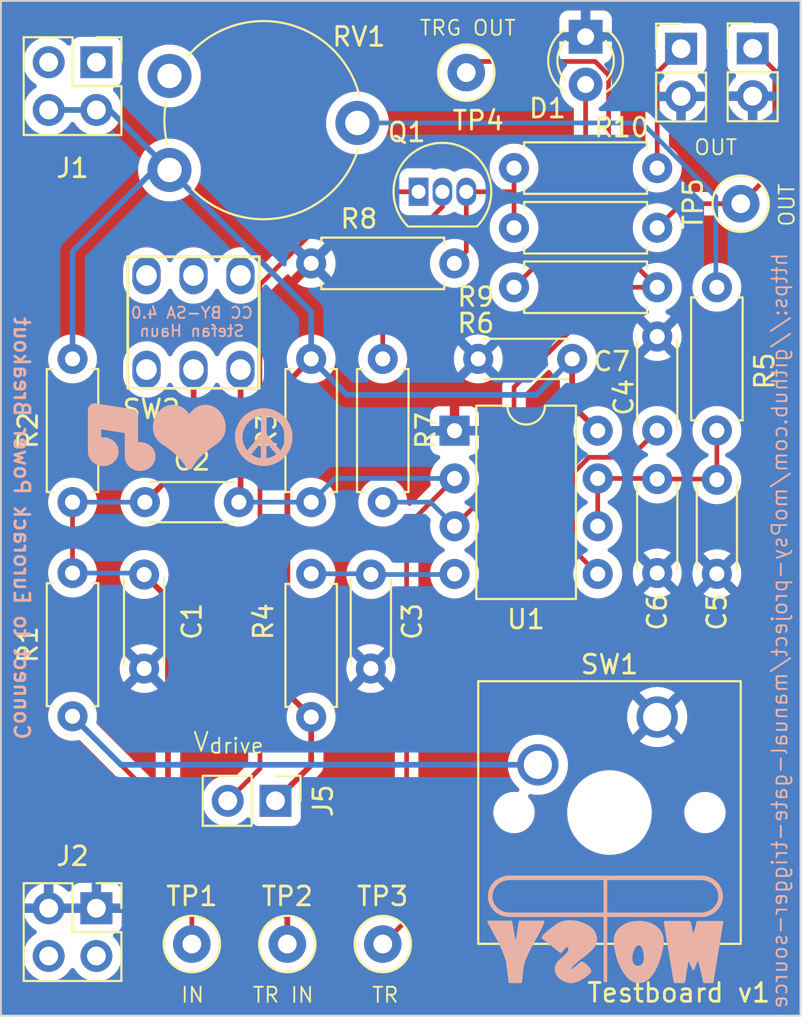
<source format=kicad_pcb>
(kicad_pcb (version 20221018) (generator pcbnew)
  (title_block (title "Manual Gate/Trigger testboard") (date "2023-04-20") (rev "v1") (company "moPsy"))
  (layers (0 "F.Cu" signal) (31 "B.Cu" signal) (34 "B.Paste" user) (35 "F.Paste" user) (36 "B.SilkS" user "B.Silkscreen") (37 "F.SilkS" user "F.Silkscreen") (38 "B.Mask" user) (39 "F.Mask" user) (44 "Edge.Cuts" user))
  (net 0 "")
  (net 1 "GND")
  (net 2 "/TRIGGER_IN")
  (net 3 "Net-(U1-R)")
  (net 4 "Net-(U1-CV)")
  (net 5 "Net-(U1-DIS)")
  (net 6 "Net-(D1-A)")
  (net 9 "+12V")
  (net 12 "Net-(J3-Pin_1)")
  (net 13 "Net-(J4-Pin_1)")
  (net 14 "Net-(Q1-B)")
  (net 15 "Net-(Q1-E)")
  (net 16 "Net-(R1-Pad1)")
  (net 17 "Net-(R5-Pad2)")
  (net 18 "/TRIGGER_OUT")
  (net 21 "Net-(J5-Pin_2)")
  (net 22 "Net-(SW2-B)")
  (footprint "Resistor_THT:R_Axial_DIN0207_L6.3mm_D2.5mm_P7.62mm_Horizontal" (layer "F.Cu") (at 92.71 106.67 -90)
    (fp_text reference "R4")
    (fp_text value "10k")
  )
  (footprint "Capacitor_THT:C_Disc_D4.3mm_W1.9mm_P5.00mm" (layer "F.Cu") (at 111.125 101.63 -90)
    (fp_text reference "C6")
    (fp_text value "100n")
  )
  (footprint "Package_DIP:DIP-8_W7.62mm" (layer "F.Cu") (at 100.34 99.06)
    (fp_text reference "U1")
    (fp_text value "LM555xN")
  )
  (footprint "Potentiometer_THT:Potentiometer_Piher_PT-10-V10_Vertical" (layer "F.Cu") (at 85.17 85.19)
    (fp_text reference "RV1")
    (fp_text value "1M")
  )
  (footprint "Capacitor_THT:C_Disc_D4.3mm_W1.9mm_P5.00mm" (layer "F.Cu") (at 83.82 111.71 90)
    (fp_text reference "C1")
    (fp_text value "100n")
  )
  (footprint "Package_TO_SOT_THT:TO-92_Inline" (layer "F.Cu") (at 98.425 86.35)
    (fp_text reference "Q1")
    (fp_text value "BC547")
  )
  (footprint "TestPoint:TestPoint_Loop_D1.80mm_Drill1.0mm_Beaded" (layer "F.Cu") (at 100.965 80.01)
    (fp_text reference "TP4")
    (fp_text value "TRIGGER_OUT")
  )
  (footprint "Connector_PinHeader_2.54mm:PinHeader_1x02_P2.54mm_Vertical" (layer "F.Cu") (at 112.395 78.74)
    (fp_text reference "J4" hide)
    (fp_text value "Out")
  )
  (footprint "TestPoint:TestPoint_Loop_D1.80mm_Drill1.0mm_Beaded" (layer "F.Cu") (at 115.57 86.985 -90)
    (fp_text reference "TP5")
    (fp_text value "OUT")
  )
  (footprint "Capacitor_THT:C_Disc_D4.3mm_W1.9mm_P5.00mm" (layer "F.Cu") (at 111.125 99.05 90)
    (fp_text reference "C4")
    (fp_text value "10n")
  )
  (footprint "Connector_PinSocket_2.54mm:PinSocket_2x02_P2.54mm_Vertical" (layer "F.Cu") (at 81.28 79.46)
    (fp_text reference "J1")
    (fp_text value "upper")
  )
  (footprint "Resistor_THT:R_Axial_DIN0207_L6.3mm_D2.5mm_P7.62mm_Horizontal" (layer "F.Cu") (at 103.505 91.43)
    (fp_text reference "R6")
    (fp_text value "470R")
  )
  (footprint "Resistor_THT:R_Axial_DIN0207_L6.3mm_D2.5mm_P7.62mm_Horizontal" (layer "F.Cu") (at 92.71 102.86 90)
    (fp_text reference "R3")
    (fp_text value "10k")
  )
  (footprint "Capacitor_THT:C_Disc_D4.3mm_W1.9mm_P5.00mm" (layer "F.Cu") (at 95.885 106.71 -90)
    (fp_text reference "C3")
    (fp_text value "100n")
  )
  (footprint "TestPoint:TestPoint_Loop_D1.80mm_Drill1.0mm_Beaded" (layer "F.Cu") (at 86.36 126.365)
    (fp_text reference "TP1")
    (fp_text value "IN")
  )
  (footprint "Capacitor_THT:C_Disc_D4.3mm_W1.9mm_P5.00mm" (layer "F.Cu") (at 83.86 102.86)
    (fp_text reference "C2")
    (fp_text value "10n")
  )
  (footprint "Resistor_THT:R_Axial_DIN0207_L6.3mm_D2.5mm_P7.62mm_Horizontal" (layer "F.Cu") (at 92.71 90.16)
    (fp_text reference "R8")
    (fp_text value "10k")
  )
  (footprint "Resistor_THT:R_Axial_DIN0207_L6.3mm_D2.5mm_P7.62mm_Horizontal" (layer "F.Cu") (at 80.01 102.86 90)
    (fp_text reference "R2")
    (fp_text value "2k2")
  )
  (footprint "Resistor_THT:R_Axial_DIN0207_L6.3mm_D2.5mm_P7.62mm_Horizontal" (layer "F.Cu") (at 80.01 114.25 90)
    (fp_text reference "R1")
    (fp_text value "100R")
  )
  (footprint "moPsy:PB_Hor_7x7_2pole_2.5mm" (layer "F.Cu") (at 86.447 93.305 180)
    (fp_text reference "SW2")
    (fp_text value "ON/ON")
  )
  (footprint "Resistor_THT:R_Axial_DIN0207_L6.3mm_D2.5mm_P7.62mm_Horizontal" (layer "F.Cu") (at 114.3 99.05 90)
    (fp_text reference "R5")
    (fp_text value "4k7")
  )
  (footprint "Connector_PinSocket_2.54mm:PinSocket_2x02_P2.54mm_Vertical" (layer "F.Cu") (at 81.28 124.46)
    (fp_text reference "J2")
    (fp_text value "lower")
  )
  (footprint "Connector_PinHeader_2.54mm:PinHeader_1x02_P2.54mm_Vertical" (layer "F.Cu") (at 90.81 118.745 -90)
    (fp_text reference "J5")
    (fp_text value "V_{drive}")
  )
  (footprint "Connector_PinHeader_2.54mm:PinHeader_1x02_P2.54mm_Vertical" (layer "F.Cu") (at 116.205 78.725)
    (fp_text reference "J3" hide)
    (fp_text value "Out")
  )
  (footprint "Capacitor_THT:C_Disc_D4.3mm_W1.9mm_P5.00mm" (layer "F.Cu") (at 106.6 95.24 180)
    (fp_text reference "C7")
    (fp_text value "100n")
  )
  (footprint "Capacitor_THT:C_Disc_D4.3mm_W1.9mm_P5.00mm" (layer "F.Cu") (at 114.3 101.67 -90)
    (fp_text reference "C5")
    (fp_text value "100n")
  )
  (footprint "TestPoint:TestPoint_Loop_D1.80mm_Drill1.0mm_Beaded" (layer "F.Cu") (at 91.44 126.365)
    (fp_text reference "TP2")
    (fp_text value "TRIGGER_IN")
  )
  (footprint "LED_THT:LED_D3.0mm" (layer "F.Cu") (at 107.315 78.105 -90)
    (fp_text reference "D1")
    (fp_text value "rt")
  )
  (footprint "Button_Switch_Keyboard:SW_Cherry_MX_1.00u_PCB" (layer "F.Cu") (at 111.125 114.29)
    (fp_text reference "SW1")
    (fp_text value "SW_Push")
  )
  (footprint "Resistor_THT:R_Axial_DIN0207_L6.3mm_D2.5mm_P7.62mm_Horizontal" (layer "F.Cu") (at 103.505 85.09)
    (fp_text reference "R10")
    (fp_text value "1k")
  )
  (footprint "Resistor_THT:R_Axial_DIN0207_L6.3mm_D2.5mm_P7.62mm_Horizontal" (layer "F.Cu") (at 96.52 102.86 90)
    (fp_text reference "R7")
    (fp_text value "2k2")
  )
  (footprint "Resistor_THT:R_Axial_DIN0207_L6.3mm_D2.5mm_P7.62mm_Horizontal" (layer "F.Cu") (at 103.505 88.265)
    (fp_text reference "R9")
    (fp_text value "1k")
  )
  (footprint "TestPoint:TestPoint_Loop_D1.80mm_Drill1.0mm_Beaded" (layer "F.Cu") (at 96.52 126.365)
    (fp_text reference "TP3")
    (fp_text value "TR")
  )
  (gr_line (start 89.608036 100.600642) (end 89.550648 100.57125) (stroke (width 0.4)) (layer "B.SilkS"))
  (gr_line (start 88.869449 99.603637) (end 88.860986 99.537029) (stroke (width 0.4)) (layer "B.SilkS"))
  (gr_line (start 89.199868 98.506055) (end 89.243937 98.459832) (stroke (width 0.4)) (layer "B.SilkS"))
  (gr_line (start 114.145031 123.085265) (end 114.169961 123.106679) (stroke (width 0.23771)) (layer "B.SilkS"))
  (gr_line (start 113.862146 122.917974) (end 113.923045 122.94431) (stroke (width 0.23771)) (layer "B.SilkS"))
  (gr_line (start 114.498085 123.82498) (end 114.495925 123.888541) (stroke (width 0.23771)) (layer "B.SilkS"))
  (gr_line (start 103.063593 124.787966) (end 103.130502 124.798609) (stroke (width 0.23771)) (layer "B.SilkS"))
  (gr_line (start 114.323419 123.278247) (end 114.342052 123.305698) (stroke (width 0.23771)) (layer "B.SilkS"))
  (gr_line (start 88.934875 99.858569) (end 88.91395 99.796729) (stroke (width 0.4)) (layer "B.SilkS"))
  (gr_line (start 102.810042 122.944351) (end 102.751116 122.97435) (stroke (width 0.23771)) (layer "B.SilkS"))
  (gr_line (start 113.862145 124.73198) (end 113.799462 124.754547) (stroke (width 0.23771)) (layer "B.SilkS"))
  (gr_line (start 90.929193 98.297312) (end 90.981375 98.334419) (stroke (width 0.4)) (layer "B.SilkS"))
  (gr_line (start 113.799463 122.895407) (end 113.862146 122.917974) (stroke (width 0.23771)) (layer "B.SilkS"))
  (gr_line (start 102.254447 124.014853) (end 102.269573 124.077174) (stroke (width 0.23771)) (layer "B.SilkS"))
  (gr_line (start 113.923044 124.705645) (end 113.862145 124.73198) (stroke (width 0.23771)) (layer "B.SilkS"))
  (gr_line (start 114.495925 123.888541) (end 114.489442 123.951895) (stroke (width 0.23771)) (layer "B.SilkS"))
  (gr_line (start 114.038735 124.642084) (end 113.98197 124.675645) (stroke (width 0.23771)) (layer "B.SilkS"))
  (gr_line (start 91.323307 100.091088) (end 91.288688 100.145088) (stroke (width 0.4)) (layer "B.SilkS"))
  (gr_line (start 91.288688 98.656807) (end 91.323307 98.710808) (stroke (width 0.4)) (layer "B.SilkS"))
  (gr_line (start 89.727432 100.651126) (end 89.666991 100.627295) (stroke (width 0.4)) (layer "B.SilkS"))
  (gr_line (start 90.048972 100.725015) (end 89.982364 100.716551) (stroke (width 0.4)) (layer "B.SilkS"))
  (gr_line (start 103.198445 122.844931) (end 103.164356 122.847632) (stroke (width 0.23771)) (layer "B.SilkS"))
  (gr_line (start 91.4114 98.882887) (end 91.43523 98.943327) (stroke (width 0.4)) (layer "B.SilkS"))
  (gr_line (start 90.048972 98.07688) (end 90.116563 98.07174) (stroke (width 0.4)) (layer "B.SilkS"))
  (gr_poly (pts (xy 85.332352 97.883386) (xy 85.310333 97.884253) (xy 85.288533 97.885698) (xy 85.26695 97.887721) (xy 85.245584 97.890322) (xy 85.224437 97.8935) (xy 85.203506 97.897257) (xy 85.182794 97.901592) (xy 85.162299 97.906504) (xy 85.142022 97.911995) (xy 85.121963 97.918063) (xy 85.102121 97.924709) (xy 85.082497 97.931934) (xy 85.06309 97.939736) (xy 85.043901 97.948116) (xy 85.024929 97.957073) (xy 85.005051 97.967208) (xy 84.985463 97.977797) (xy 84.966166 97.98884) (xy 84.947158 98.000337) (xy 84.928441 98.012288) (xy 84.910014 98.024693) (xy 84.891877 98.037553) (xy 84.87403 98.050866) (xy 84.856473 98.064634) (xy 84.839207 98.078855) (xy 84.822231 98.093531) (xy 84.805544 98.10866) (xy 84.789148 98.124244) (xy 84.773043 98.140282) (xy 84.757227 98.156774) (xy 84.741701 98.17372) (xy 84.725995 98.191708) (xy 84.710796 98.210007) (xy 84.696105 98.228614) (xy 84.681922 98.247532) (xy 84.668246 98.266759) (xy 84.655079 98.286296) (xy 84.642419 98.306142) (xy 84.630268 98.326298) (xy 84.618624 98.346764) (xy 84.607488 98.367539) (xy 84.596859 98.388624) (xy 84.586739 98.410018) (xy 84.577127 98.431722) (xy 84.568022 98.453736) (xy 84.559425 98.476059) (xy 84.551337 98.498692) (xy 84.543465 98.521541) (xy 84.536101 98.544514) (xy 84.529246 98.567611) (xy 84.522898 98.590832) (xy 84.517057 98.614177) (xy 84.511725 98.637645) (xy 84.5069 98.661238) (xy 84.502584 98.684954) (xy 84.498775 98.708794) (xy 84.495474 98.732758) (xy 84.49268 98.756846) (xy 84.490395 98.781058) (xy 84.488618 98.805393) (xy 84.487348 98.829853) (xy 84.486586 98.854436) (xy 84.486332 98.879143) (xy 84.488091 98.937877) (xy 84.493369 98.995186) (xy 84.502166 99.051072) (xy 84.514481 99.105533) (xy 84.530315 99.15857) (xy 84.549667 99.210182) (xy 84.572538 99.260371) (xy 84.598927 99.309135) (xy 84.628835 99.356475) (xy 84.662262 99.402391) (xy 84.699207 99.446883) (xy 84.739671 99.48995) (xy 84.783653 99.531593) (xy 84.831154 99.571812) (xy 84.882173 99.610607) (xy 84.936711 99.647978) (xy 85.055182 99.727869) (xy 85.168574 99.807697) (xy 85.276889 99.887464) (xy 85.380124 99.967169) (xy 85.478282 100.046812) (xy 85.571361 100.126392) (xy 85.659362 100.205911) (xy 85.742284 100.285369) (xy 85.820128 100.364764) (xy 85.892894 100.444097) (xy 85.960581 100.523368) (xy 86.02319 100.602578) (xy 86.080721 100.681725) (xy 86.133173 100.760811) (xy 86.180547 100.839835) (xy 86.222842 100.918797) (xy 86.222843 100.918797) (xy 86.265139 100.839835) (xy 86.312513 100.760811) (xy 86.364965 100.681725) (xy 86.422496 100.602578) (xy 86.485105 100.523368) (xy 86.552792 100.444097) (xy 86.625558 100.364764) (xy 86.703402 100.285369) (xy 86.786325 100.205911) (xy 86.874325 100.126392) (xy 86.967404 100.046812) (xy 87.065562 99.967169) (xy 87.168798 99.887464) (xy 87.277112 99.807697) (xy 87.390504 99.727869) (xy 87.508975 99.647978) (xy 87.563513 99.609988) (xy 87.614533 99.570657) (xy 87.662034 99.529983) (xy 87.706016 99.487969) (xy 87.74648 99.444612) (xy 87.783425 99.399914) (xy 87.816851 99.353875) (xy 87.832245 99.330352) (xy 87.846759 99.306494) (xy 87.860394 99.2823) (xy 87.873148 99.257771) (xy 87.885024 99.232906) (xy 87.896019 99.207706) (xy 87.906135 99.182171) (xy 87.915371 99.1563) (xy 87.923728 99.130094) (xy 87.931205 99.103552) (xy 87.937802 99.076675) (xy 87.94352 99.049462) (xy 87.948358 99.021914) (xy 87.952316 98.994031) (xy 87.957594 98.937258) (xy 87.959353 98.879143) (xy 87.958374 98.829853) (xy 87.955436 98.781058) (xy 87.950539 98.732758) (xy 87.943683 98.684954) (xy 87.934869 98.637645) (xy 87.924095 98.590832) (xy 87.911363 98.544514) (xy 87.896671 98.498692) (xy 87.888301 98.476059) (xy 87.879441 98.453736) (xy 87.870092 98.431722) (xy 87.860252 98.410018) (xy 87.849923 98.388624) (xy 87.839105 98.367539) (xy 87.827796 98.346764) (xy 87.815998 98.326298) (xy 87.803711 98.306142) (xy 87.790933 98.286296) (xy 87.777666 98.266759) (xy 87.763909 98.247532) (xy 87.749663 98.228614) (xy 87.734927 98.210007) (xy 87.719701 98.191708) (xy 87.703985 98.17372) (xy 87.68846 98.156774) (xy 87.672644 98.140282) (xy 87.656539 98.124244) (xy 87.640143 98.10866) (xy 87.623457 98.093531) (xy 87.60648 98.078855) (xy 87.589214 98.064634) (xy 87.571657 98.050866) (xy 87.55381 98.037553) (xy 87.535673 98.024693) (xy 87.517246 98.012288) (xy 87.498528 98.000337) (xy 87.479521 97.98884) (xy 87.460223 97.977797) (xy 87.440635 97.967208) (xy 87.420757 97.957073) (xy 87.401785 97.948116) (xy 87.382596 97.939736) (xy 87.36319 97.931934) (xy 87.343565 97.924709) (xy 87.323723 97.918063) (xy 87.303664 97.911995) (xy 87.283387 97.906504) (xy 87.262892 97.901592) (xy 87.242179 97.897257) (xy 87.221249 97.8935) (xy 87.200101 97.890322) (xy 87.178736 97.887721) (xy 87.157152 97.885698) (xy 87.135352 97.884253) (xy 87.113333 97.883386) (xy 87.091097 97.883097) (xy 87.068861 97.883386) (xy 87.046843 97.884253) (xy 87.025043 97.885698) (xy 87.00346 97.887721) (xy 86.982094 97.890322) (xy 86.960946 97.8935) (xy 86.940016 97.897257) (xy 86.919304 97.901592) (xy 86.898809 97.906504) (xy 86.878532 97.911995) (xy 86.858472 97.918063) (xy 86.83863 97.924709) (xy 86.819006 97.931934) (xy 86.799599 97.939736) (xy 86.78041 97.948116) (xy 86.761439 97.957073) (xy 86.741833 97.966899) (xy 86.72248 97.977219) (xy 86.703382 97.988035) (xy 86.684538 97.999347) (xy 86.665948 98.011153) (xy 86.647611 98.023455) (xy 86.629529 98.036252) (xy 86.6117 98.049545) (xy 86.594125 98.063333) (xy 86.576805 98.077616) (xy 86.559738 98.092395) (xy 86.542925 98.107669) (xy 86.526366 98.123439) (xy 86.51006 98.139704) (xy 86.494009 98.156464) (xy 86.478212 98.17372) (xy 86.463058 98.191068) (xy 86.448358 98.208768) (xy 86.434111 98.226819) (xy 86.420318 98.24522) (xy 86.406978 98.263973) (xy 86.394092 98.283076) (xy 86.381659 98.30253) (xy 86.369679 98.322335) (xy 86.358153 98.342491) (xy 86.347081 98.362998) (xy 86.336461 98.383855) (xy 86.326296 98.405064) (xy 86.316583 98.426623) (xy 86.307325 98.448534) (xy 86.298519 98.470795) (xy 86.290167 98.493407) (xy 86.282015 98.515967) (xy 86.274388 98.538734) (xy 86.267287 98.561707) (xy 86.260713 98.584887) (xy 86.254664 98.608273) (xy 86.249141 98.631865) (xy 86.244145 98.655664) (xy 86.239674 98.679669) (xy 86.235729 98.703881) (xy 86.23231 98.728299) (xy 86.229417 98.752924) (xy 86.22705 98.777755) (xy 86.225209 98.802792) (xy 86.223894 98.828036) (xy 86.223105 98.853486) (xy 86.222842 98.879143) (xy 86.221827 98.828036) (xy 86.21878 98.777755) (xy 86.213701 98.728299) (xy 86.2104 98.703881) (xy 86.206591 98.679669) (xy 86.202275 98.655664) (xy 86.19745 98.631865) (xy 86.192118 98.608273) (xy 86.186278 98.584887) (xy 86.17993 98.561707) (xy 86.173075 98.538734) (xy 86.165711 98.515967) (xy 86.15784 98.493407) (xy 86.149207 98.470794) (xy 86.140138 98.448533) (xy 86.130635 98.426623) (xy 86.120696 98.405063) (xy 86.110321 98.383855) (xy 86.099511 98.362997) (xy 86.088267 98.34249) (xy 86.076586 98.322334) (xy 86.064471 98.302529) (xy 86.05192 98.283075) (xy 86.038934 98.263972) (xy 86.025512 98.24522) (xy 86.011655 98.226818) (xy 85.997363 98.208768) (xy 85.982636 98.191068) (xy 85.967473 98.17372) (xy 85.951676 98.156464) (xy 85.935625 98.139704) (xy 85.91932 98.123439) (xy 85.90276 98.107669) (xy 85.885948 98.092395) (xy 85.868881 98.077616) (xy 85.85156 98.063333) (xy 85.833985 98.049545) (xy 85.816156 98.036252) (xy 85.798074 98.023455) (xy 85.779737 98.011153) (xy 85.761147 97.999347) (xy 85.742303 97.988035) (xy 85.723204 97.977219) (xy 85.703852 97.966899) (xy 85.684246 97.957073) (xy 85.665275 97.948116) (xy 85.646086 97.939736) (xy 85.626679 97.931934) (xy 85.607055 97.924709) (xy 85.587213 97.918063) (xy 85.567153 97.911995) (xy 85.546876 97.906504) (xy 85.526381 97.901592) (xy 85.505669 97.897257) (xy 85.484739 97.8935) (xy 85.463591 97.890322) (xy 85.442226 97.887721) (xy 85.420643 97.885698) (xy 85.398842 97.884253) (xy 85.376824 97.883386) (xy 85.354588 97.883097)) (stroke (width 0.400001)) (fill solid) (layer "B.SilkS"))
  (gr_line (start 89.118525 98.604626) (end 89.158036 98.554347) (stroke (width 0.4)) (layer "B.SilkS"))
  (gr_line (start 89.852431 98.11191) (end 89.916822 98.097049) (stroke (width 0.4)) (layer "B.SilkS"))
  (gr_line (start 89.852431 100.689985) (end 89.789272 100.67205) (stroke (width 0.4)) (layer "B.SilkS"))
  (gr_line (start 102.449519 124.424481) (end 102.49266 124.474299) (stroke (width 0.23771)) (layer "B.SilkS"))
  (gr_line (start 89.081418 98.656807) (end 89.118525 98.604626) (stroke (width 0.4)) (layer "B.SilkS"))
  (gr_line (start 103.232744 122.8433) (end 103.198445 122.844931) (stroke (width 0.23771)) (layer "B.SilkS"))
  (gr_line (start 114.489442 123.951895) (end 114.478638 124.014836) (stroke (width 0.23771)) (layer "B.SilkS"))
  (gr_line (start 114.420296 123.450845) (end 114.444065 123.511307) (stroke (width 0.23771)) (layer "B.SilkS"))
  (gr_line (start 89.916822 100.704847) (end 89.852431 100.689985) (stroke (width 0.4)) (layer "B.SilkS"))
  (gr_line (start 102.613666 123.064704) (end 102.588056 123.085303) (stroke (width 0.23771)) (layer "B.SilkS"))
  (gr_line (start 88.896016 99.068326) (end 88.91395 99.005168) (stroke (width 0.4)) (layer "B.SilkS"))
  (gr_line (start 90.321134 100.725015) (end 90.253543 100.730155) (stroke (width 0.4)) (layer "B.SilkS"))
  (gr_line (start 102.373293 123.333877) (end 102.340881 123.391652) (stroke (width 0.23771)) (layer "B.SilkS"))
  (gr_line (start 89.338452 98.373931) (end 89.388731 98.334419) (stroke (width 0.4)) (layer "B.SilkS"))
  (gr_line (start 91.488952 99.132718) (end 91.500656 99.19826) (stroke (width 0.4)) (layer "B.SilkS"))
  (gr_line (start 88.91395 99.796729) (end 88.896016 99.733571) (stroke (width 0.4)) (layer "B.SilkS"))
  (gr_line (start 91.47409 99.733571) (end 91.456155 99.796729) (stroke (width 0.4)) (layer "B.SilkS"))
  (gr_poly (pts (xy 108.332072 128.331359) (xy 108.401015 128.331359) (xy 108.401015 122.813488) (xy 108.332072 122.813488)) (stroke (width 0.125174)) (fill solid) (layer "B.SilkS"))
  (gr_line (start 89.666991 100.627295) (end 89.608036 100.600642) (stroke (width 0.4)) (layer "B.SilkS"))
  (gr_line (start 88.854114 99.400949) (end 88.855846 99.332459) (stroke (width 0.4)) (layer "B.SilkS"))
  (gr_line (start 89.789272 100.67205) (end 89.727432 100.651126) (stroke (width 0.4)) (layer "B.SilkS"))
  (gr_line (start 102.254447 123.635147) (end 102.243643 123.698087) (stroke (width 0.23771)) (layer "B.SilkS"))
  (gr_line (start 102.751116 124.67565) (end 102.810042 124.70565) (stroke (width 0.23771)) (layer "B.SilkS"))
  (gr_line (start 91.51426 99.469439) (end 91.50912 99.537029) (stroke (width 0.4)) (layer "B.SilkS"))
  (gr_line (start 90.580833 100.67205) (end 90.517675 100.689985) (stroke (width 0.4)) (layer "B.SilkS"))
  (gr_line (start 90.321134 98.07688) (end 90.387742 98.085344) (stroke (width 0.4)) (layer "B.SilkS"))
  (gr_line (start 113.669493 122.861991) (end 113.702502 122.868848) (stroke (width 0.23771)) (layer "B.SilkS"))
  (gr_line (start 89.158036 98.554347) (end 89.199868 98.506055) (stroke (width 0.4)) (layer "B.SilkS"))
  (gr_line (start 89.29016 100.386133) (end 89.243937 100.342064) (stroke (width 0.4)) (layer "B.SilkS"))
  (gr_poly (pts (xy 103.795281 125.145075) (xy 103.793212 125.148299) (xy 103.788376 125.161196) (xy 103.782608 125.182691) (xy 103.775909 125.212783) (xy 103.768278 125.251473) (xy 103.759716 125.298761) (xy 103.739798 125.41913) (xy 103.728621 125.504964) (xy 103.718017 125.583634) (xy 103.707987 125.655138) (xy 103.698529 125.719478) (xy 103.665818 125.93537) (xy 103.66593 125.934995) (xy 103.666306 125.933849) (xy 103.666718 125.932702) (xy 103.667166 125.931556) (xy 103.667649 125.930409) (xy 103.668169 125.929262) (xy 103.668724 125.928115) (xy 103.586185 126.306419) (xy 103.382132 125.176099) (xy 103.381433 125.172212) (xy 103.38099 125.170363) (xy 103.380484 125.168576) (xy 103.379915 125.166852) (xy 103.379284 125.16519) (xy 103.37859 125.163592) (xy 103.377833 125.162056) (xy 103.377014 125.160582) (xy 103.376131 125.159172) (xy 103.375187 125.157824) (xy 103.374179 125.156539) (xy 103.373109 125.155316) (xy 103.371976 125.154156) (xy 103.37078 125.153059) (xy 103.369522 125.152025) (xy 103.368201 125.151053) (xy 103.366817 125.150144) (xy 103.365371 125.149298) (xy 103.363862 125.148514) (xy 103.36229 125.147793) (xy 103.360655 125.147135) (xy 103.358958 125.146539) (xy 103.357198 125.146007) (xy 103.353491 125.145129) (xy 103.349532 125.144502) (xy 103.345323 125.144126) (xy 103.340862 125.144001) (xy 102.162397 125.144001) (xy 102.159575 125.144032) (xy 102.156844 125.144126) (xy 102.154202 125.144283) (xy 102.151649 125.144502) (xy 102.149186 125.144784) (xy 102.146813 125.145129) (xy 102.144529 125.145536) (xy 102.142335 125.146007) (xy 102.14023 125.146539) (xy 102.138215 125.147135) (xy 102.13629 125.147793) (xy 102.134454 125.148514) (xy 102.132707 125.149298) (xy 102.131051 125.150144) (xy 102.129483 125.151053) (xy 102.128006 125.152025) (xy 102.126617 125.153059) (xy 102.125319 125.154156) (xy 102.12411 125.155316) (xy 102.12299 125.156539) (xy 102.12196 125.157824) (xy 102.12102 125.159172) (xy 102.120169 125.160582) (xy 102.119408 125.162056) (xy 102.118736 125.163592) (xy 102.118154 125.16519) (xy 102.117662 125.166852) (xy 102.117259 125.168576) (xy 102.116945 125.170363) (xy 102.116721 125.172212) (xy 102.116587 125.174124) (xy 102.116542 125.176099) (xy 102.116685 125.177604) (xy 102.117115 125.179825) (xy 102.117832 125.182763) (xy 102.118835 125.186417) (xy 102.120125 125.190787) (xy 102.121701 125.195874) (xy 102.125714 125.208198) (xy 102.149644 125.257922) (xy 102.184752 125.326847) (xy 102.231036 125.414973) (xy 102.288498 125.522302) (xy 102.636994 126.166561) (xy 102.699363 126.28625) (xy 102.760372 126.410309) (xy 102.820019 126.538738) (xy 102.878305 126.671538) (xy 102.935229 126.808708) (xy 102.990792 126.950249) (xy 103.044993 127.09616) (xy 103.097834 127.246441) (xy 103.242276 128.374467) (xy 103.243512 128.379465) (xy 103.244927 128.38414) (xy 103.246521 128.388493) (xy 103.247385 128.390548) (xy 103.248294 128.392523) (xy 103.249248 128.394417) (xy 103.250247 128.396231) (xy 103.25129 128.397964) (xy 103.252378 128.399616) (xy 103.253511 128.401188) (xy 103.254689 128.402679) (xy 103.255911 128.40409) (xy 103.257178 128.40542) (xy 103.258491 128.406669) (xy 103.259847 128.407838) (xy 103.261249 128.408926) (xy 103.262695 128.409933) (xy 103.264187 128.41086) (xy 103.265722 128.411707) (xy 103.267303 128.412472) (xy 103.268929 128.413158) (xy 103.270599 128.413762) (xy 103.272314 128.414286) (xy 103.274074 128.414729) (xy 103.275878 128.415092) (xy 103.277728 128.415374) (xy 103.279622 128.415576) (xy 103.281561 128.415696) (xy 103.283545 128.415737) (xy 103.861315 128.415737) (xy 103.863717 128.415696) (xy 103.866053 128.415576) (xy 103.868321 128.415374) (xy 103.870522 128.415092) (xy 103.872656 128.414729) (xy 103.874722 128.414286) (xy 103.876722 128.413762) (xy 103.878654 128.413158) (xy 103.880519 128.412472) (xy 103.882317 128.411707) (xy 103.884048 128.41086) (xy 103.885711 128.409933) (xy 103.887308 128.408926) (xy 103.888837 128.407838) (xy 103.890299 128.406669) (xy 103.891694 128.40542) (xy 103.893022 128.40409) (xy 103.894282 128.402679) (xy 103.895476 128.401188) (xy 103.896602 128.399616) (xy 103.897661 128.397964) (xy 103.898653 128.396231) (xy 103.899577 128.394417) (xy 103.900435 128.392523) (xy 103.901225 128.390548) (xy 103.901948 128.388493) (xy 103.902604 128.386357) (xy 103.903193 128.38414) (xy 103.904169 128.379465) (xy 103.904877 128.374467) (xy 103.959902 127.842552) (xy 103.973228 127.742389) (xy 103.992573 127.62073) (xy 104.017937 127.477577) (xy 104.049318 127.312929) (xy 104.246494 126.865848) (xy 104.320005 126.715387) (xy 104.41673 126.527669) (xy 104.536669 126.302694) (xy 104.679821 126.040464) (xy 104.750036 125.911031) (xy 104.815093 125.788691) (xy 104.87499 125.673445) (xy 104.92973 125.565292) (xy 104.97931 125.464233) (xy 105.023732 125.370266) (xy 105.062995 125.283393) (xy 105.097099 125.203613) (xy 105.098174 125.200171) (xy 105.099105 125.196731) (xy 105.099893 125.193291) (xy 105.100538 125.189851) (xy 105.10104 125.186412) (xy 105.101398 125.182974) (xy 105.101613 125.179536) (xy 105.101685 125.176099) (xy 105.101644 125.174124) (xy 105.101524 125.172212) (xy 105.101322 125.170363) (xy 105.10104 125.168576) (xy 105.100677 125.166852) (xy 105.100234 125.16519) (xy 105.09971 125.163592) (xy 105.099105 125.162056) (xy 105.09842 125.160582) (xy 105.097654 125.159172) (xy 105.096808 125.157824) (xy 105.095881 125.156539) (xy 105.094874 125.155316) (xy 105.093785 125.154156) (xy 105.092617 125.153059) (xy 105.091367 125.152025) (xy 105.090037 125.151053) (xy 105.088627 125.150144) (xy 105.087136 125.149298) (xy 105.085564 125.148514) (xy 105.083911 125.147793) (xy 105.082178 125.147135) (xy 105.080365 125.146539) (xy 105.078471 125.146007) (xy 105.07444 125.145129) (xy 105.070088 125.144502) (xy 105.065413 125.144126) (xy 105.060415 125.144001) (xy 103.797116 125.144001)) (stroke (width 0.055025)) (fill solid) (layer "B.SilkS"))
  (gr_line (start 91.500656 99.603637) (end 91.488952 99.669179) (stroke (width 0.4)) (layer "B.SilkS"))
  (gr_line (start 102.289021 123.511333) (end 102.269573 123.572827) (stroke (width 0.23771)) (layer "B.SilkS"))
  (gr_line (start 90.178422 100.626708) (end 90.191683 98.190662) (stroke (width 0.299999)) (layer "B.SilkS"))
  (gr_line (start 90.172613 99.282344) (end 91.046162 100.311572) (stroke (width 0.299999)) (layer "B.SilkS"))
  (gr_line (start 91.079946 98.415763) (end 91.126169 98.459832) (stroke (width 0.4)) (layer "B.SilkS"))
  (gr_line (start 103.130502 122.851392) (end 103.096907 122.856197) (stroke (width 0.23771)) (layer "B.SilkS"))
  (gr_line (start 103.063593 122.862035) (end 103.030584 122.868891) (stroke (width 0.23771)) (layer "B.SilkS"))
  (gr_line (start 113.602584 122.851348) (end 113.636179 122.856153) (stroke (width 0.23771)) (layer "B.SilkS"))
  (gr_line (start 102.49266 124.474299) (end 102.538901 124.521073) (stroke (width 0.23771)) (layer "B.SilkS"))
  (gr_line (start 91.456155 99.005168) (end 91.47409 99.068326) (stroke (width 0.4)) (layer "B.SilkS"))
  (gr_line (start 89.338452 100.427965) (end 89.29016 100.386133) (stroke (width 0.4)) (layer "B.SilkS"))
  (gr_line (start 114.283567 123.225486) (end 114.303916 123.251505) (stroke (width 0.23771)) (layer "B.SilkS"))
  (gr_line (start 89.789272 98.129845) (end 89.852431 98.11191) (stroke (width 0.4)) (layer "B.SilkS"))
  (gr_line (start 91.355354 98.766544) (end 91.384746 98.823931) (stroke (width 0.4)) (layer "B.SilkS"))
  (gr_line (start 114.444065 123.511307) (end 114.463512 123.572802) (stroke (width 0.23771)) (layer "B.SilkS"))
  (gr_line (start 113.636179 122.856153) (end 113.669493 122.861991) (stroke (width 0.23771)) (layer "B.SilkS"))
  (gr_line (start 89.494913 100.539202) (end 89.440912 100.504583) (stroke (width 0.4)) (layer "B.SilkS"))
  (gr_line (start 114.463512 123.572802) (end 114.478638 123.635123) (stroke (width 0.23771)) (layer "B.SilkS"))
  (gr_line (start 91.384746 98.823931) (end 91.4114 98.882887) (stroke (width 0.4)) (layer "B.SilkS"))
  (gr_line (start 113.669493 124.787963) (end 113.602584 124.798606) (stroke (width 0.23771)) (layer "B.SilkS"))
  (gr_line (start 102.269573 124.077174) (end 102.289021 124.138667) (stroke (width 0.23771)) (layer "B.SilkS"))
  (gr_line (start 102.810042 124.70565) (end 102.870941 124.731984) (stroke (width 0.23771)) (layer "B.SilkS"))
  (gr_line (start 114.359793 123.333847) (end 114.392205 123.391623) (stroke (width 0.23771)) (layer "B.SilkS"))
  (gr_line (start 102.235 123.825) (end 102.237161 123.88856) (stroke (width 0.23771)) (layer "B.SilkS"))
  (gr_line (start 113.702502 122.868848) (end 113.735182 122.876712) (stroke (width 0.23771)) (layer "B.SilkS"))
  (gr_line (start 113.534641 124.805068) (end 113.465855 124.807245) (stroke (width 0.23771)) (layer "B.SilkS"))
  (gr_line (start 88.881154 99.132718) (end 88.896016 99.068326) (stroke (width 0.4)) (layer "B.SilkS"))
  (gr_line (start 102.237161 123.88856) (end 102.243643 123.951913) (stroke (width 0.23771)) (layer "B.SilkS"))
  (gr_line (start 89.081418 100.145088) (end 89.046799 100.091088) (stroke (width 0.4)) (layer "B.SilkS"))
  (gr_line (start 114.392205 124.258335) (end 114.359793 124.31611) (stroke (width 0.23771)) (layer "B.SilkS"))
  (gr_line (start 90.116563 100.730155) (end 90.048972 100.725015) (stroke (width 0.4)) (layer "B.SilkS"))
  (gr_line (start 103.130502 124.798609) (end 103.198445 124.80507) (stroke (width 0.23771)) (layer "B.SilkS"))
  (gr_line (start 113.602584 124.798606) (end 113.534641 124.805068) (stroke (width 0.23771)) (layer "B.SilkS"))
  (gr_line (start 88.934875 98.943327) (end 88.958706 98.882887) (stroke (width 0.4)) (layer "B.SilkS"))
  (gr_line (start 113.98197 124.675645) (end 113.923044 124.705645) (stroke (width 0.23771)) (layer "B.SilkS"))
  (gr_line (start 91.50912 99.537029) (end 91.500656 99.603637) (stroke (width 0.4)) (layer "B.SilkS"))
  (gr_line (start 91.170238 100.295841) (end 91.126169 100.342064) (stroke (width 0.4)) (layer "B.SilkS"))
  (gr_line (start 91.251581 100.19727) (end 91.21207 100.247549) (stroke (width 0.4)) (layer "B.SilkS"))
  (gr_line (start 89.388731 98.334419) (end 89.440912 98.297312) (stroke (width 0.4)) (layer "B.SilkS"))
  (gr_line (start 91.50912 99.264868) (end 91.51426 99.332459) (stroke (width 0.4)) (layer "B.SilkS"))
  (gr_line (start 102.409668 123.278279) (end 102.391034 123.30573) (stroke (width 0.23771)) (layer "B.SilkS"))
  (gr_line (start 113.735182 122.876712) (end 113.799463 122.895407) (stroke (width 0.23771)) (layer "B.SilkS"))
  (gr_line (start 102.694351 124.64209) (end 102.751116 124.67565) (stroke (width 0.23771)) (layer "B.SilkS"))
  (gr_line (start 103.267231 122.842754) (end 103.232744 122.8433) (stroke (width 0.23771)) (layer "B.SilkS"))
  (gr_line (start 113.465855 122.84271) (end 113.500342 122.843256) (stroke (width 0.23771)) (layer "B.SilkS"))
  (gr_line (start 114.342052 123.305698) (end 114.359793 123.333847) (stroke (width 0.23771)) (layer "B.SilkS"))
  (gr_line (start 102.243643 123.698087) (end 102.237161 123.761441) (stroke (width 0.23771)) (layer "B.SilkS"))
  (gr_line (start 103.096907 122.856197) (end 103.063593 122.862035) (stroke (width 0.23771)) (layer "B.SilkS"))
  (gr_line (start 88.860986 99.264868) (end 88.869449 99.19826) (stroke (width 0.4)) (layer "B.SilkS"))
  (gr_line (start 102.237161 123.761441) (end 102.235 123.825) (stroke (width 0.23771)) (layer "B.SilkS"))
  (gr_line (start 90.185053 98.070009) (end 90.253543 98.07174) (stroke (width 0.4)) (layer "B.SilkS"))
  (gr_line (start 89.982364 100.716551) (end 89.916822 100.704847) (stroke (width 0.4)) (layer "B.SilkS"))
  (gr_line (start 102.269573 123.572827) (end 102.254447 123.635147) (stroke (width 0.23771)) (layer "B.SilkS"))
  (gr_line (start 91.21207 98.554347) (end 91.251581 98.604626) (stroke (width 0.4)) (layer "B.SilkS"))
  (gr_line (start 114.093151 124.605064) (end 114.038735 124.642084) (stroke (width 0.23771)) (layer "B.SilkS"))
  (gr_line (start 88.881154 99.669179) (end 88.869449 99.603637) (stroke (width 0.4)) (layer "B.SilkS"))
  (gr_line (start 113.500342 122.843256) (end 113.534642 122.844887) (stroke (width 0.23771)) (layer "B.SilkS"))
  (gr_line (start 88.869449 99.19826) (end 88.881154 99.132718) (stroke (width 0.4)) (layer "B.SilkS"))
  (gr_line (start 91.4114 99.919009) (end 91.384746 99.977965) (stroke (width 0.4)) (layer "B.SilkS"))
  (gr_line (start 91.031653 100.427965) (end 90.981375 100.467476) (stroke (width 0.4)) (layer "B.SilkS"))
  (gr_line (start 90.703114 98.1746) (end 90.76207 98.201254) (stroke (width 0.4)) (layer "B.SilkS"))
  (gr_line (start 89.494913 98.262693) (end 89.550648 98.230646) (stroke (width 0.4)) (layer "B.SilkS"))
  (gr_line (start 91.500656 99.19826) (end 91.50912 99.264868) (stroke (width 0.4)) (layer "B.SilkS"))
  (gr_line (start 114.093152 123.044891) (end 114.11942 123.064665) (stroke (width 0.23771)) (layer "B.SilkS"))
  (gr_line (start 91.43523 98.943327) (end 91.456155 99.005168) (stroke (width 0.4)) (layer "B.SilkS"))
  (gr_line (start 102.694351 123.007911) (end 102.639935 123.04493) (stroke (width 0.23771)) (layer "B.SilkS"))
  (gr_line (start 91.031653 98.373931) (end 91.079946 98.415763) (stroke (width 0.4)) (layer "B.SilkS"))
  (gr_line (start 89.608036 98.201254) (end 89.666991 98.1746) (stroke (width 0.4)) (layer "B.SilkS"))
  (gr_line (start 114.262396 123.200202) (end 114.283567 123.225486) (stroke (width 0.23771)) (layer "B.SilkS"))
  (gr_line (start 103.030584 122.868891) (end 102.997904 122.876755) (stroke (width 0.23771)) (layer "B.SilkS"))
  (gr_line (start 91.47409 99.068326) (end 91.488952 99.132718) (stroke (width 0.4)) (layer "B.SilkS"))
  (gr_line (start 89.440912 98.297312) (end 89.494913 98.262693) (stroke (width 0.4)) (layer "B.SilkS"))
  (gr_line (start 102.997904 122.876755) (end 102.933624 122.89545) (stroke (width 0.23771)) (layer "B.SilkS"))
  (gr_line (start 89.550648 98.230646) (end 89.608036 98.201254) (stroke (width 0.4)) (layer "B.SilkS"))
  (gr_poly (pts (xy 103.351563 124.84172) (xy 113.381123 124.84172) (xy 113.381123 124.772777) (xy 103.351563 124.772777)) (stroke (width 0.16876)) (fill solid) (layer "B.SilkS"))
  (gr_line (start 88.896016 99.733571) (end 88.881154 99.669179) (stroke (width 0.4)) (layer "B.SilkS"))
  (gr_line (start 114.240427 123.175666) (end 114.262396 123.200202) (stroke (width 0.23771)) (layer "B.SilkS"))
  (gr_line (start 102.538901 124.521073) (end 102.588056 124.564698) (stroke (width 0.23771)) (layer "B.SilkS"))
  (gr_line (start 89.440912 100.504583) (end 89.388731 100.467476) (stroke (width 0.4)) (layer "B.SilkS"))
  (gr_line (start 89.014751 100.035352) (end 88.985359 99.977965) (stroke (width 0.4)) (layer "B.SilkS"))
  (gr_line (start 102.409668 124.371722) (end 102.449519 124.424481) (stroke (width 0.23771)) (layer "B.SilkS"))
  (gr_line (start 89.666991 98.1746) (end 89.727432 98.15077) (stroke (width 0.4)) (layer "B.SilkS"))
  (gr_line (start 114.283567 124.42447) (end 114.240426 124.47429) (stroke (width 0.23771)) (layer "B.SilkS"))
  (gr_line (start 88.855846 99.332459) (end 88.860986 99.264868) (stroke (width 0.4)) (layer "B.SilkS"))
  (gr_line (start 90.201614 99.281694) (end 89.333307 100.304744) (stroke (width 0.299999)) (layer "B.SilkS"))
  (gr_line (start 114.323418 124.37171) (end 114.283567 124.42447) (stroke (width 0.23771)) (layer "B.SilkS"))
  (gr_line (start 102.933624 124.754551) (end 102.997904 124.773246) (stroke (width 0.23771)) (layer "B.SilkS"))
  (gr_line (start 90.517675 98.11191) (end 90.580833 98.129845) (stroke (width 0.4)) (layer "B.SilkS"))
  (gr_line (start 89.550648 100.57125) (end 89.494913 100.539202) (stroke (width 0.4)) (layer "B.SilkS"))
  (gr_line (start 102.870941 122.918017) (end 102.810042 122.944351) (stroke (width 0.23771)) (layer "B.SilkS"))
  (gr_line (start 102.429171 123.251538) (end 102.409668 123.278279) (stroke (width 0.23771)) (layer "B.SilkS"))
  (gr_line (start 91.288688 100.145088) (end 91.251581 100.19727) (stroke (width 0.4)) (layer "B.SilkS"))
  (gr_line (start 102.639935 124.605071) (end 102.694351 124.64209) (stroke (width 0.23771)) (layer "B.SilkS"))
  (gr_line (start 102.289021 124.138667) (end 102.31279 124.199128) (stroke (width 0.23771)) (layer "B.SilkS"))
  (gr_line (start 89.118525 100.19727) (end 89.081418 100.145088) (stroke (width 0.4)) (layer "B.SilkS"))
  (gr_line (start 91.251581 98.604626) (end 91.288688 98.656807) (stroke (width 0.4)) (layer "B.SilkS"))
  (gr_line (start 90.819457 98.230646) (end 90.875193 98.262693) (stroke (width 0.4)) (layer "B.SilkS"))
  (gr_line (start 91.170238 98.506055) (end 91.21207 98.554347) (stroke (width 0.4)) (layer "B.SilkS"))
  (gr_line (start 114.11942 123.064665) (end 114.145031 123.085265) (stroke (width 0.23771)) (layer "B.SilkS"))
  (gr_line (start 89.243937 100.342064) (end 89.199868 100.295841) (stroke (width 0.4)) (layer "B.SilkS"))
  (gr_line (start 90.387742 100.716551) (end 90.321134 100.725015) (stroke (width 0.4)) (layer "B.SilkS"))
  (gr_line (start 102.340881 124.258349) (end 102.373293 124.316124) (stroke (width 0.23771)) (layer "B.SilkS"))
  (gr_line (start 102.588056 123.085303) (end 102.563126 123.106716) (stroke (width 0.23771)) (layer "B.SilkS"))
  (gr_line (start 91.488952 99.669179) (end 91.47409 99.733571) (stroke (width 0.4)) (layer "B.SilkS"))
  (gr_line (start 103.198445 124.80507) (end 103.267231 124.807247) (stroke (width 0.23771)) (layer "B.SilkS"))
  (gr_line (start 113.735182 124.773242) (end 113.669493 124.787963) (stroke (width 0.23771)) (layer "B.SilkS"))
  (gr_line (start 88.958706 98.882887) (end 88.985359 98.823931) (stroke (width 0.4)) (layer "B.SilkS"))
  (gr_line (start 114.444065 124.138652) (end 114.420296 124.199113) (stroke (width 0.23771)) (layer "B.SilkS"))
  (gr_line (start 102.391034 123.30573) (end 102.373293 123.333877) (stroke (width 0.23771)) (layer "B.SilkS"))
  (gr_line (start 89.158036 100.247549) (end 89.118525 100.19727) (stroke (width 0.4)) (layer "B.SilkS"))
  (gr_line (start 90.642674 98.15077) (end 90.703114 98.1746) (stroke (width 0.4)) (layer "B.SilkS"))
  (gr_line (start 90.253543 100.730155) (end 90.185053 100.731887) (stroke (width 0.4)) (layer "B.SilkS"))
  (gr_line (start 102.997904 124.773246) (end 103.063593 124.787966) (stroke (width 0.23771)) (layer "B.SilkS"))
  (gr_line (start 90.929193 100.504583) (end 90.875193 100.539202) (stroke (width 0.4)) (layer "B.SilkS"))
  (gr_line (start 91.355354 100.035352) (end 91.323307 100.091088) (stroke (width 0.4)) (layer "B.SilkS"))
  (gr_line (start 102.49266 123.175701) (end 102.47069 123.200236) (stroke (width 0.23771)) (layer "B.SilkS"))
  (gr_line (start 90.875193 100.539202) (end 90.819457 100.57125) (stroke (width 0.4)) (layer "B.SilkS"))
  (gr_line (start 88.91395 99.005168) (end 88.934875 98.943327) (stroke (width 0.4)) (layer "B.SilkS"))
  (gr_line (start 102.563126 123.106716) (end 102.538901 123.128928) (stroke (width 0.23771)) (layer "B.SilkS"))
  (gr_line (start 90.453283 100.704847) (end 90.387742 100.716551) (stroke (width 0.4)) (layer "B.SilkS"))
  (gr_poly (pts (xy 113.272807 125.162457) (xy 113.271177 125.162591) (xy 113.269583 125.162779) (xy 113.268025 125.163021) (xy 113.266502 125.163317) (xy 113.265015 125.163666) (xy 113.263565 125.164069) (xy 113.26215 125.164526) (xy 113.26077 125.165036) (xy 113.259427 125.1656) (xy 113.25812 125.166218) (xy 113.256848 125.16689) (xy 113.255612 125.167615) (xy 113.254412 125.168395) (xy 113.253248 125.169227) (xy 113.252119 125.170114) (xy 113.251026 125.171055) (xy 113.24997 125.172049) (xy 113.248949 125.173097) (xy 113.247963 125.174198) (xy 113.247014 125.175353) (xy 113.246101 125.176563) (xy 113.245223 125.177825) (xy 113.244381 125.179142) (xy 113.243575 125.180512) (xy 113.242805 125.181936) (xy 113.24207 125.183414) (xy 113.240709 125.186531) (xy 113.239491 125.189863) (xy 113.208252 125.331582) (xy 113.16727 125.497663) (xy 113.116543 125.688104) (xy 113.056071 125.902906) (xy 113.043569 125.870664) (xy 113.031281 125.834696) (xy 113.019209 125.795003) (xy 113.007351 125.751584) (xy 112.995708 125.704439) (xy 112.984281 125.653569) (xy 112.973068 125.598973) (xy 112.96207 125.540651) (xy 112.950713 125.482008) (xy 112.939572 125.427592) (xy 112.928646 125.377402) (xy 112.917935 125.33144) (xy 112.907438 125.289705) (xy 112.897157 125.252197) (xy 112.88709 125.218917) (xy 112.877239 125.189863) (xy 112.876576 125.186531) (xy 112.875734 125.183414) (xy 112.875246 125.181936) (xy 112.874713 125.180512) (xy 112.874136 125.179142) (xy 112.873513 125.177825) (xy 112.872846 125.176563) (xy 112.872134 125.175353) (xy 112.871377 125.174198) (xy 112.870576 125.173097) (xy 112.869729 125.172049) (xy 112.868838 125.171055) (xy 112.867902 125.170114) (xy 112.866921 125.169227) (xy 112.865896 125.168395) (xy 112.864826 125.167615) (xy 112.863711 125.16689) (xy 112.862551 125.166218) (xy 112.861346 125.1656) (xy 112.860097 125.165036) (xy 112.858803 125.164526) (xy 112.857464 125.164069) (xy 112.85608 125.163666) (xy 112.854652 125.163317) (xy 112.853178 125.163021) (xy 112.85166 125.162779) (xy 112.84849 125.162457) (xy 112.84514 125.162349) (xy 111.54516 125.162349) (xy 111.541924 125.162399) (xy 111.53881 125.162546) (xy 111.535816 125.162793) (xy 111.532944 125.163137) (xy 111.530192 125.163581) (xy 111.527561 125.164123) (xy 111.525051 125.164763) (xy 111.522662 125.165502) (xy 111.520394 125.166339) (xy 111.518247 125.167275) (xy 111.51622 125.168309) (xy 111.514315 125.169442) (xy 111.512531 125.170674) (xy 111.510867 125.172004) (xy 111.509324 125.173432) (xy 111.507903 125.174959) (xy 111.506602 125.176585) (xy 111.505422 125.178309) (xy 111.504363 125.180131) (xy 111.503425 125.182052) (xy 111.502607 125.184072) (xy 111.501911 125.18619) (xy 111.501336 125.188407) (xy 111.500881 125.190722) (xy 111.500547 125.193135) (xy 111.500335 125.195647) (xy 111.500243 125.198258) (xy 111.500272 125.200967) (xy 111.500422 125.203775) (xy 111.500693 125.206681) (xy 111.501085 125.209686) (xy 111.501598 125.212789) (xy 112.024342 128.376764) (xy 112.025022 128.381484) (xy 112.025443 128.383729) (xy 112.025918 128.385899) (xy 112.026446 128.387992) (xy 112.027028 128.39001) (xy 112.027664 128.391951) (xy 112.028354 128.393816) (xy 112.029097 128.395605) (xy 112.029894 128.397318) (xy 112.030745 128.398955) (xy 112.03165 128.400516) (xy 112.032608 128.402) (xy 112.03362 128.403409) (xy 112.034686 128.404741) (xy 112.035805 128.405997) (xy 112.036978 128.407177) (xy 112.038205 128.408281) (xy 112.039486 128.409309) (xy 112.04082 128.410261) (xy 112.042209 128.411136) (xy 112.043651 128.411936) (xy 112.045146 128.412659) (xy 112.046696 128.413306) (xy 112.048299 128.413877) (xy 112.049956 128.414372) (xy 112.051666 128.414791) (xy 112.053431 128.415133) (xy 112.055249 128.4154) (xy 112.05712 128.41559) (xy 112.059046 128.415704) (xy 112.061025 128.415742) (xy 112.531036 128.415742) (xy 112.539481 128.414623) (xy 112.547622 128.411264) (xy 112.555459 128.405667) (xy 112.562991 128.39783) (xy 112.570218 128.387755) (xy 112.577141 128.37544) (xy 112.583759 128.360887) (xy 112.590073 128.344094) (xy 112.596083 128.325063) (xy 112.601788 128.303792) (xy 112.607188 128.280282) (xy 112.612284 128.254534) (xy 112.617076 128.226546) (xy 112.621563 128.19632) (xy 112.629623 128.12915) (xy 112.63908 128.032711) (xy 112.649111 127.945157) (xy 112.654341 127.904712) (xy 112.659715 127.866488) (xy 112.665232 127.830485) (xy 112.670892 127.796703) (xy 112.783236 127.170784) (xy 113.005633 127.686649) (xy 113.007388 127.690814) (xy 113.009215 127.69471) (xy 113.011113 127.698337) (xy 113.013083 127.701695) (xy 113.015125 127.704785) (xy 113.017239 127.707606) (xy 113.018323 127.708916) (xy 113.019424 127.710159) (xy 113.020544 127.711334) (xy 113.021681 127.712443) (xy 113.022836 127.713484) (xy 113.02401 127.714458) (xy 113.025201 127.715365) (xy 113.02641 127.716204) (xy 113.027637 127.716977) (xy 113.028882 127.717682) (xy 113.030144 127.71832) (xy 113.031425 127.718891) (xy 113.032724 127.719395) (xy 113.03404 127.719831) (xy 113.035375 127.720201) (xy 113.036727 127.720503) (xy 113.038097 127.720738) (xy 113.039486 127.720906) (xy 113.040892 127.721007) (xy 113.042316 127.72104) (xy 113.045701 127.720906) (xy 113.047353 127.720738) (xy 113.048979 127.720503) (xy 113.050577 127.720201) (xy 113.052149 127.719831) (xy 113.053694 127.719395) (xy 113.055212 127.718891) (xy 113.056703 127.71832) (xy 113.058167 127.717682) (xy 113.059605 127.716977) (xy 113.061015 127.716204) (xy 113.062399 127.715365) (xy 113.063756 127.714458) (xy 113.065086 127.713484) (xy 113.066389 127.712443) (xy 113.068914 127.710159) (xy 113.071333 127.707606) (xy 113.073643 127.704785) (xy 113.075846 127.701695) (xy 113.077942 127.698337) (xy 113.079931 127.69471) (xy 113.081812 127.690814) (xy 113.083585 127.686649) (xy 113.120125 127.593651) (xy 113.167843 127.477439) (xy 113.226738 127.338012) (xy 113.296809 127.175371) (xy 113.324 127.260847) (xy 113.353985 127.364808) (xy 113.422337 127.628186) (xy 113.501866 127.965505) (xy 113.592572 128.376764) (xy 113.59379 128.381484) (xy 113.595151 128.385899) (xy 113.596656 128.39001) (xy 113.597462 128.391951) (xy 113.598304 128.393816) (xy 113.599182 128.395605) (xy 113.600095 128.397318) (xy 113.601044 128.398955) (xy 113.60203 128.400516) (xy 113.603051 128.402) (xy 113.604107 128.403409) (xy 113.6052 128.404741) (xy 113.606329 128.405997) (xy 113.607493 128.407177) (xy 113.608693 128.408281) (xy 113.609929 128.409309) (xy 113.611201 128.410261) (xy 113.612508 128.411136) (xy 113.613852 128.411936) (xy 113.615231 128.412659) (xy 113.616646 128.413306) (xy 113.618097 128.413877) (xy 113.619584 128.414372) (xy 113.621106 128.414791) (xy 113.622664 128.415133) (xy 113.624259 128.4154) (xy 113.625889 128.41559) (xy 113.627554 128.415704) (xy 113.629256 128.415742) (xy 114.055705 128.415742) (xy 114.059905 128.41559) (xy 114.061931 128.4154) (xy 114.063908 128.415133) (xy 114.065836 128.414791) (xy 114.067715 128.414372) (xy 114.069544 128.413877) (xy 114.071324 128.413306) (xy 114.073054 128.412659) (xy 114.074736 128.411936) (xy 114.076368 128.411136) (xy 114.077951 128.410261) (xy 114.079485 128.409309) (xy 114.080969 128.408281) (xy 114.082404 128.407177) (xy 114.08379 128.405997) (xy 114.085127 128.404741) (xy 114.086414 128.403409) (xy 114.087653 128.402) (xy 114.088841 128.400516) (xy 114.089981 128.398955) (xy 114.091071 128.397318) (xy 114.092113 128.395605) (xy 114.093104 128.393816) (xy 114.09494 128.39001) (xy 114.096579 128.385899) (xy 114.098021 128.381484) (xy 114.099266 128.376764) (xy 114.169195 127.915351) (xy 114.2781 127.232689) (xy 114.615132 125.212789) (xy 114.615647 125.209686) (xy 114.616046 125.206681) (xy 114.616328 125.203775) (xy 114.616493 125.200967) (xy 114.616543 125.198258) (xy 114.616475 125.195647) (xy 114.616292 125.193135) (xy 114.615992 125.190722) (xy 114.615575 125.188407) (xy 114.615042 125.18619) (xy 114.614393 125.184072) (xy 114.613627 125.182052) (xy 114.612745 125.180131) (xy 114.611747 125.178309) (xy 114.610632 125.176585) (xy 114.6094 125.174959) (xy 114.608052 125.173432) (xy 114.606588 125.172004) (xy 114.605007 125.170674) (xy 114.60331 125.169442) (xy 114.601496 125.168309) (xy 114.599566 125.167275) (xy 114.59752 125.166339) (xy 114.595357 125.165502) (xy 114.593078 125.164763) (xy 114.590682 125.164123) (xy 114.58817 125.163581) (xy 114.585541 125.163137) (xy 114.582796 125.162793) (xy 114.579935 125.162546) (xy 114.576957 125.162399) (xy 114.573863 125.162349) (xy 113.276174 125.162349)) (stroke (width 0.055025)) (fill solid) (layer "B.SilkS"))
  (gr_line (start 89.199868 100.295841) (end 89.158036 100.247549) (stroke (width 0.4)) (layer "B.SilkS"))
  (gr_line (start 91.384746 99.977965) (end 91.355354 100.035352) (stroke (width 0.4)) (layer "B.SilkS"))
  (gr_poly (pts (xy 103.665589 125.936141) (xy 103.665285 125.937288) (xy 103.665016 125.938434) (xy 103.664783 125.93958) (xy 103.664586 125.940726) (xy 103.664425 125.941873) (xy 103.664299 125.943019) (xy 103.66421 125.944165) (xy 103.664156 125.945312) (xy 103.664138 125.946458) (xy 103.665818 125.93537)) (stroke (width 0.055025)) (fill solid) (layer "B.SilkS"))
  (gr_line (start 89.046799 100.091088) (end 89.014751 100.035352) (stroke (width 0.4)) (layer "B.SilkS"))
  (gr_line (start 91.126169 100.342064) (end 91.079946 100.386133) (stroke (width 0.4)) (layer "B.SilkS"))
  (gr_line (start 102.31279 123.450873) (end 102.289021 123.511333) (stroke (width 0.23771)) (layer "B.SilkS"))
  (gr_poly (pts (xy 110.078491 125.158747) (xy 110.014016 125.161703) (xy 109.950885 125.166629) (xy 109.889098 125.173525) (xy 109.828654 125.182391) (xy 109.769553 125.193228) (xy 109.711796 125.206035) (xy 109.655382 125.220812) (xy 109.600312 125.23756) (xy 109.546585 125.256277) (xy 109.494201 125.276966) (xy 109.443161 125.299624) (xy 109.393464 125.324253) (xy 109.345111 125.350852) (xy 109.298101 125.379422) (xy 109.252434 125.409961) (xy 109.202182 125.446663) (xy 109.155172 125.48512) (xy 109.111404 125.525332) (xy 109.070878 125.5673) (xy 109.033594 125.611024) (xy 108.999552 125.656502) (xy 108.968752 125.703736) (xy 108.941195 125.752726) (xy 108.916879 125.80347) (xy 108.895806 125.855971) (xy 108.877974 125.910226) (xy 108.863385 125.966237) (xy 108.852038 126.024003) (xy 108.843932 126.083525) (xy 108.839069 126.144802) (xy 108.837448 126.207834) (xy 108.837449 126.207832) (xy 108.837987 126.246594) (xy 108.839599 126.287219) (xy 108.842286 126.329706) (xy 108.846047 126.374056) (xy 108.850883 126.420269) (xy 108.856794 126.468344) (xy 108.86378 126.518282) (xy 108.87184 126.570083) (xy 108.889116 126.668832) (xy 108.908273 126.765611) (xy 108.929311 126.860419) (xy 108.952229 126.953257) (xy 108.977029 127.044125) (xy 109.003709 127.133023) (xy 109.032269 127.21995) (xy 109.062711 127.304906) (xy 109.095033 127.387893) (xy 109.129236 127.468909) (xy 109.16532 127.547955) (xy 109.203284 127.62503) (xy 109.243129 127.700135) (xy 109.284855 127.773269) (xy 109.328462 127.844433) (xy 109.373949 127.913627) (xy 109.416454 127.97443) (xy 109.459712 128.031309) (xy 109.503722 128.084266) (xy 109.548484 128.1333) (xy 109.593998 128.178412) (xy 109.640265 128.2196) (xy 109.687284 128.256866) (xy 109.735055 128.290209) (xy 109.783579 128.31963) (xy 109.832855 128.345128) (xy 109.882883 128.366703) (xy 109.933663 128.384355) (xy 109.985196 128.398084) (xy 110.037481 128.407891) (xy 110.090519 128.413775) (xy 110.144308 128.415737) (xy 110.20005 128.413668) (xy 110.254933 128.407461) (xy 110.308955 128.397117) (xy 110.362118 128.382635) (xy 110.414421 128.364016) (xy 110.465865 128.341259) (xy 110.516448 128.314364) (xy 110.566172 128.283331) (xy 110.615036 128.248161) (xy 110.66304 128.208853) (xy 110.710185 128.165407) (xy 110.756469 128.117824) (xy 110.801894 128.066103) (xy 110.846459 128.010244) (xy 110.890165 127.950248) (xy 110.93301 127.886114) (xy 110.99126 127.789246) (xy 111.046787 127.686646) (xy 111.099592 127.578315) (xy 111.149674 127.464252) (xy 111.197033 127.344456) (xy 111.24167 127.218929) (xy 111.273905 127.11798) (xy 110.436524 127.11798) (xy 110.436103 127.14225) (xy 110.435056 127.165912) (xy 110.433381 127.188965) (xy 110.431079 127.211409) (xy 110.428151 127.233243) (xy 110.424595 127.254469) (xy 110.420412 127.275086) (xy 110.415603 127.295093) (xy 110.410167 127.314492) (xy 110.404103 127.333282) (xy 110.397413 127.351463) (xy 110.390096 127.369034) (xy 110.382152 127.385997) (xy 110.373581 127.402351) (xy 110.362538 127.4209) (xy 110.350618 127.438141) (xy 110.33782 127.454075) (xy 110.324144 127.468701) (xy 110.309591 127.482019) (xy 110.29416 127.494029) (xy 110.277851 127.504732) (xy 110.260664 127.514127) (xy 110.2426 127.522214) (xy 110.223658 127.528993) (xy 110.203839 127.534465) (xy 110.183141 127.538629) (xy 110.161566 127.541485) (xy 110.139113 127.543034) (xy 110.115783 127.543274) (xy 110.091575 127.542207) (xy 110.053539 127.538374) (xy 110.035441 127.535302) (xy 110.017957 127.53146) (xy 110.001086 127.526848) (xy 109.984828 127.521465) (xy 109.969185 127.515312) (xy 109.954154 127.508389) (xy 109.939737 127.500696) (xy 109.925934 127.492233) (xy 109.912744 127.482999) (xy 109.900168 127.472995) (xy 109.888205 127.462221) (xy 109.876855 127.450677) (xy 109.866119 127.438362) (xy 109.855997 127.425278) (xy 109.846488 127.411423) (xy 109.837592 127.396797) (xy 109.82931 127.381402) (xy 109.821642 127.365237) (xy 109.814587 127.348301) (xy 109.808145 127.330595) (xy 109.797102 127.292872) (xy 109.788513 127.252069) (xy 109.782379 127.208184) (xy 109.778698 127.161219) (xy 109.777471 127.111173) (xy 109.77782 127.085067) (xy 109.778868 127.058906) (xy 109.780614 127.032692) (xy 109.783059 127.006424) (xy 109.786203 126.980103) (xy 109.790045 126.953727) (xy 109.794586 126.927298) (xy 109.799825 126.900815) (xy 109.805763 126.874279) (xy 109.812399 126.847688) (xy 109.819734 126.821044) (xy 109.827767 126.794346) (xy 109.8365 126.767594) (xy 109.84593 126.740789) (xy 109.856059 126.71393) (xy 109.866887 126.687017) (xy 109.881154 126.653423) (xy 109.895869 126.621997) (xy 109.911031 126.592738) (xy 109.926642 126.565646) (xy 109.9427 126.540722) (xy 109.959206 126.517964) (xy 109.967627 126.507399) (xy 109.97616 126.497375) (xy 109.984804 126.487893) (xy 109.993561 126.478952) (xy 110.00243 126.470554) (xy 110.01141 126.462697) (xy 110.020503 126.455382) (xy 110.029708 126.448609) (xy 110.039024 126.442378) (xy 110.048453 126.436689) (xy 110.057993 126.431541) (xy 110.067645 126.426936) (xy 110.07741 126.422872) (xy 110.087286 126.41935) (xy 110.097274 126.41637) (xy 110.107374 126.413932) (xy 110.117586 126.412035) (xy 110.127911 126.410681) (xy 110.138347 126.409868) (xy 110.148894 126.409597) (xy 110.162274 126.410224) (xy 110.175475 126.412105) (xy 110.188497 126.415239) (xy 110.20134 126.419627) (xy 110.214004 126.42527) (xy 110.226488 126.432166) (xy 110.238794 126.440315) (xy 110.25092 126.449719) (xy 110.262868 126.460377) (xy 110.274636 126.472288) (xy 110.286225 126.485453) (xy 110.297635 126.499872) (xy 110.308866 126.515545) (xy 110.319917 126.532472) (xy 110.33079 126.550653) (xy 110.341483 126.570087) (xy 110.34829 126.585276) (xy 110.354953 126.602185) (xy 110.361473 126.620814) (xy 110.36785 126.641162) (xy 110.374083 126.663229) (xy 110.380173 126.687017) (xy 110.38612 126.712523) (xy 110.391924 126.73975) (xy 110.401131 126.787001) (xy 110.409263 126.832462) (xy 110.41632 126.876132) (xy 110.422302 126.918011) (xy 110.42721 126.958098) (xy 110.431043 126.996394) (xy 110.433801 127.032898) (xy 110.435485 127.067611) (xy 110.436318 127.0931) (xy 110.436524 127.11798) (xy 111.273905 127.11798) (xy 111.283584 127.08767) (xy 111.322775 126.950679) (xy 111.351255 126.84027) (xy 111.375938 126.734876) (xy 111.396823 126.634498) (xy 111.413911 126.539134) (xy 111.427202 126.448786) (xy 111.436696 126.363453) (xy 111.442392 126.283135) (xy 111.443816 126.244856) (xy 111.44429 126.207832) (xy 111.442472 126.140913) (xy 111.4402 126.108206) (xy 111.437018 126.076) (xy 111.432927 126.044296) (xy 111.427928 126.013093) (xy 111.422019 125.982392) (xy 111.415201 125.952192) (xy 111.407474 125.922494) (xy 111.398839 125.893298) (xy 111.389294 125.864603) (xy 111.37884 125.836409) (xy 111.367477 125.808717) (xy 111.355205 125.781527) (xy 111.342024 125.754838) (xy 111.327934 125.728651) (xy 111.312935 125.702965) (xy 111.297027 125.677781) (xy 111.28021 125.653098) (xy 111.262484 125.628917) (xy 111.243848 125.605237) (xy 111.224304 125.582059) (xy 111.203851 125.559383) (xy 111.182489 125.537208) (xy 111.160217 125.515534) (xy 111.137037 125.494362) (xy 111.112947 125.473692) (xy 111.087949 125.453523) (xy 111.062041 125.433855) (xy 111.035225 125.41469) (xy 110.978865 125.377863) (xy 110.933959 125.35121) (xy 110.888087 125.326276) (xy 110.841247 125.303063) (xy 110.793439 125.281568) (xy 110.744665 125.261794) (xy 110.694923 125.243739) (xy 110.644214 125.227403) (xy 110.592538 125.212787) (xy 110.539895 125.199891) (xy 110.486284 125.188714) (xy 110.431706 125.179256) (xy 110.376161 125.171518) (xy 110.319649 125.1655) (xy 110.262169 125.161201) (xy 110.203722 125.158622) (xy 110.144308 125.157762)) (stroke (width 0.055025)) (fill solid) (layer "B.SilkS"))
  (gr_line (start 89.388731 100.467476) (end 89.338452 100.427965) (stroke (width 0.4)) (layer "B.SilkS"))
  (gr_line (start 114.478638 124.014836) (end 114.463512 124.077157) (stroke (width 0.23771)) (layer "B.SilkS"))
  (gr_line (start 88.958706 99.919009) (end 88.934875 99.858569) (stroke (width 0.4)) (layer "B.SilkS"))
  (gr_line (start 114.489442 123.698065) (end 114.495925 123.761419) (stroke (width 0.23771)) (layer "B.SilkS"))
  (gr_line (start 91.079946 100.386133) (end 91.031653 100.427965) (stroke (width 0.4)) (layer "B.SilkS"))
  (gr_line (start 91.126169 98.459832) (end 91.170238 98.506055) (stroke (width 0.4)) (layer "B.SilkS"))
  (gr_line (start 89.014751 98.766544) (end 89.046799 98.710808) (stroke (width 0.4)) (layer "B.SilkS"))
  (gr_line (start 91.456155 99.796729) (end 91.43523 99.858569) (stroke (width 0.4)) (layer "B.SilkS"))
  (gr_line (start 90.116563 98.07174) (end 90.185053 98.070009) (stroke (width 0.4)) (layer "B.SilkS"))
  (gr_line (start 90.580833 98.129845) (end 90.642674 98.15077) (stroke (width 0.4)) (layer "B.SilkS"))
  (gr_line (start 102.870941 124.731984) (end 102.933624 124.754551) (stroke (width 0.23771)) (layer "B.SilkS"))
  (gr_line (start 102.538901 123.128928) (end 102.515405 123.151928) (stroke (width 0.23771)) (layer "B.SilkS"))
  (gr_line (start 90.387742 98.085344) (end 90.453283 98.097049) (stroke (width 0.4)) (layer "B.SilkS"))
  (gr_line (start 91.21207 100.247549) (end 91.170238 100.295841) (stroke (width 0.4)) (layer "B.SilkS"))
  (gr_line (start 102.751116 122.97435) (end 102.694351 123.007911) (stroke (width 0.23771)) (layer "B.SilkS"))
  (gr_line (start 114.038736 123.007871) (end 114.093152 123.044891) (stroke (width 0.23771)) (layer "B.SilkS"))
  (gr_line (start 89.29016 98.415763) (end 89.338452 98.373931) (stroke (width 0.4)) (layer "B.SilkS"))
  (gr_line (start 113.799462 124.754547) (end 113.735182 124.773242) (stroke (width 0.23771)) (layer "B.SilkS"))
  (gr_line (start 88.860986 99.537029) (end 88.855846 99.469439) (stroke (width 0.4)) (layer "B.SilkS"))
  (gr_line (start 90.819457 100.57125) (end 90.76207 100.600642) (stroke (width 0.4)) (layer "B.SilkS"))
  (gr_line (start 114.359793 124.31611) (end 114.323418 124.37171) (stroke (width 0.23771)) (layer "B.SilkS"))
  (gr_line (start 90.453283 98.097049) (end 90.517675 98.11191) (stroke (width 0.4)) (layer "B.SilkS"))
  (gr_line (start 88.985359 98.823931) (end 89.014751 98.766544) (stroke (width 0.4)) (layer "B.SilkS"))
  (gr_line (start 114.463512 124.077157) (end 114.444065 124.138652) (stroke (width 0.23771)) (layer "B.SilkS"))
  (gr_line (start 88.985359 99.977965) (end 88.958706 99.919009) (stroke (width 0.4)) (layer "B.SilkS"))
  (gr_poly (pts (xy 106.459095 125.126096) (xy 106.417396 125.127413) (xy 106.376556 125.129607) (xy 106.336577 125.132679) (xy 106.297457 125.136629) (xy 106.259197 125.141456) (xy 106.221797 125.147161) (xy 106.185256 125.153743) (xy 106.149575 125.161203) (xy 106.114754 125.169541) (xy 106.080793 125.178757) (xy 106.047692 125.18885) (xy 106.01545 125.199821) (xy 105.984068 125.21167) (xy 105.953546 125.224396) (xy 105.923884 125.238) (xy 105.9053 125.247395) (xy 105.885087 125.258384) (xy 105.863243 125.270967) (xy 105.83977 125.285145) (xy 105.787932 125.318282) (xy 105.729575 125.357796) (xy 105.664698 125.403687) (xy 105.593301 125.455954) (xy 105.515383 125.514599) (xy 105.430947 125.57962) (xy 105.331535 125.658899) (xy 105.2868 125.696093) (xy 105.245378 125.731658) (xy 105.20727 125.765592) (xy 105.172476 125.797896) (xy 105.140996 125.828571) (xy 105.112829 125.857615) (xy 105.087976 125.885029) (xy 105.066437 125.910813) (xy 105.048212 125.934968) (xy 105.0333 125.957492) (xy 105.021702 125.978386) (xy 105.013418 125.997651) (xy 105.008447 126.015285) (xy 105.00679 126.03129) (xy 105.006862 126.03412) (xy 105.007077 126.036878) (xy 105.007435 126.039565) (xy 105.007937 126.042181) (xy 105.008581 126.044724) (xy 105.009369 126.047196) (xy 105.010301 126.049596) (xy 105.011375 126.051925) (xy 105.012593 126.054182) (xy 105.013954 126.056367) (xy 105.015459 126.058481) (xy 105.017107 126.060523) (xy 105.018898 126.062493) (xy 105.020832 126.064391) (xy 105.02291 126.066218) (xy 105.02513 126.067974) (xy 105.070842 126.098388) (xy 105.120852 126.13346) (xy 105.175162 126.173189) (xy 105.23377 126.217575) (xy 105.296676 126.266618) (xy 105.363882 126.320318) (xy 105.435387 126.378676) (xy 105.511191 126.44169) (xy 105.656493 126.562775) (xy 105.722051 126.616117) (xy 105.78288 126.664659) (xy 105.83898 126.7084) (xy 105.890351 126.747341) (xy 105.936994 126.781481) (xy 105.978909 126.810821) (xy 105.978911 126.810821) (xy 105.980075 126.811375) (xy 105.981275 126.811893) (xy 105.982511 126.812376) (xy 105.983783 126.812823) (xy 105.985091 126.813234) (xy 105.986434 126.813609) (xy 105.987814 126.813949) (xy 105.989229 126.814253) (xy 105.99068 126.814521) (xy 105.992167 126.814753) (xy 105.993689 126.81495) (xy 105.995247 126.815111) (xy 105.996842 126.815236) (xy 105.998472 126.815325) (xy 106.000137 126.815379) (xy 106.001839 126.815397) (xy 106.003231 126.81524) (xy 106.00483 126.81477) (xy 106.006635 126.813986) (xy 106.008645 126.812889) (xy 106.010862 126.811479) (xy 106.013284 126.809755) (xy 106.018747 126.805366) (xy 106.025035 126.799724) (xy 106.032146 126.792828) (xy 106.040081 126.784678) (xy 106.04884 126.775274) (xy 106.058422 126.764617) (xy 106.068829 126.752705) (xy 106.08006 126.73954) (xy 106.092115 126.725121) (xy 106.104993 126.709448) (xy 106.118696 126.692522) (xy 106.133223 126.674341) (xy 106.148573 126.654907) (xy 106.178737 126.616755) (xy 106.206178 126.58369) (xy 106.218877 126.569065) (xy 106.230896 126.555712) (xy 106.242235 126.54363) (xy 106.252892 126.53282) (xy 106.262869 126.523282) (xy 106.272166 126.515016) (xy 106.280781 126.508021) (xy 106.288717 126.502298) (xy 106.295971 126.497847) (xy 106.302545 126.494668) (xy 106.308438 126.49276) (xy 106.31365 126.492124) (xy 106.315943 126.492178) (xy 106.318235 126.492339) (xy 106.320528 126.492608) (xy 106.32282 126.492984) (xy 106.325113 126.493467) (xy 106.327405 126.494058) (xy 106.329698 126.494756) (xy 106.331991 126.495561) (xy 106.334284 126.496474) (xy 106.336576 126.497495) (xy 106.338869 126.498623) (xy 106.341162 126.499858) (xy 106.343455 126.5012) (xy 106.345748 126.50265) (xy 106.34804 126.504208) (xy 106.350333 126.505872) (xy 106.359495 126.514515) (xy 106.368066 126.523247) (xy 106.376046 126.532069) (xy 106.383435 126.54098) (xy 106.390233 126.549981) (xy 106.396439 126.559071) (xy 106.402055 126.568251) (xy 106.407079 126.577521) (xy 106.411512 126.58688) (xy 106.415354 126.596328) (xy 106.418605 126.605867) (xy 106.421265 126.615494) (xy 106.423334 126.625212) (xy 106.424812 126.635019) (xy 106.425699 126.644915) (xy 106.425994 126.654901) (xy 106.425768 126.662021) (xy 106.42509 126.669338) (xy 106.423959 126.676852) (xy 106.422376 126.684563) (xy 106.420341 126.692471) (xy 106.417853 126.700576) (xy 106.411521 126.717377) (xy 106.40338 126.734967) (xy 106.39343 126.753344) (xy 106.381671 126.77251) (xy 106.368103 126.792464) (xy 106.352725 126.813207) (xy 106.335539 126.834737) (xy 106.316543 126.857055) (xy 106.295738 126.880162) (xy 106.273124 126.904057) (xy 106.248701 126.92874) (xy 106.222469 126.954211) (xy 106.194428 126.98047) (xy 105.871152 127.280819) (xy 105.850607 127.305985) (xy 105.831387 127.331043) (xy 105.813493 127.355995) (xy 105.796925 127.380839) (xy 105.781682 127.405575) (xy 105.767764 127.430204) (xy 105.755172 127.454725) (xy 105.743905 127.479139) (xy 105.733964 127.503446) (xy 105.725348 127.527645) (xy 105.718058 127.551737) (xy 105.712093 127.575722) (xy 105.707454 127.599599) (xy 105.704141 127.623368) (xy 105.702152 127.64703) (xy 105.70149 127.670585) (xy 105.702851 127.717228) (xy 105.706935 127.762581) (xy 105.713742 127.806645) (xy 105.723271 127.849419) (xy 105.735523 127.890903) (xy 105.750497 127.931098) (xy 105.768194 127.970003) (xy 105.788614 128.007618) (xy 105.811756 128.043943) (xy 105.837621 128.078979) (xy 105.866209 128.112725) (xy 105.897519 128.145182) (xy 105.931552 128.176349) (xy 105.968307 128.206226) (xy 106.007785 128.234814) (xy 106.049986 128.262111) (xy 106.081484 128.280713) (xy 106.112928 128.298114) (xy 106.144319 128.314315) (xy 106.175656 128.329317) (xy 106.206939 128.343118) (xy 106.238169 128.355719) (xy 106.269345 128.36712) (xy 106.300467 128.377321) (xy 106.331535 128.386322) (xy 106.36255 128.394123) (xy 106.393511 128.400724) (xy 106.424418 128.406124) (xy 106.455271 128.410325) (xy 106.486071 128.413325) (xy 106.516817 128.415125) (xy 106.547509 128.415725) (xy 106.577082 128.415009) (xy 106.607335 128.412859) (xy 106.638269 128.409277) (xy 106.669884 128.404262) (xy 106.702179 128.397813) (xy 106.735155 128.389932) (xy 106.768812 128.380618) (xy 106.803149 128.36987) (xy 106.838167 128.35769) (xy 106.873866 128.344077) (xy 106.910245 128.329031) (xy 106.947305 128.312551) (xy 106.985046 128.294639) (xy 107.023467 128.275294) (xy 107.062569 128.254516) (xy 107.102351 128.232305) (xy 107.168912 128.19315) (xy 107.233324 128.15249) (xy 107.295586 128.110325) (xy 107.355699 128.066655) (xy 107.413662 128.021481) (xy 107.469476 127.974803) (xy 107.52314 127.926619) (xy 107.574655 127.876932) (xy 107.576599 127.875169) (xy 107.578417 127.873316) (xy 107.580109 127.871373) (xy 107.581677 127.869341) (xy 107.583119 127.867219) (xy 107.584435 127.865007) (xy 107.585626 127.862706) (xy 107.586692 127.860315) (xy 107.587632 127.857834) (xy 107.588447 127.855264) (xy 107.589137 127.852603) (xy 107.589701 127.849854) (xy 107.59014 127.847014) (xy 107.590453 127.844085) (xy 107.590641 127.841066) (xy 107.590704 127.837957) (xy 107.58997 127.823027) (xy 107.587767 127.80747) (xy 107.584095 127.791287) (xy 107.578954 127.774476) (xy 107.572344 127.757039) (xy 107.564266 127.738975) (xy 107.554719 127.720283) (xy 107.543703 127.700966) (xy 107.531218 127.681021) (xy 107.517265 127.660449) (xy 107.501843 127.63925) (xy 107.484952 127.617424) (xy 107.466592 127.594971) (xy 107.446763 127.571892) (xy 107.425466 127.548185) (xy 107.4027 127.523851) (xy 107.379495 127.499974) (xy 107.356881 127.477638) (xy 107.334858 127.456842) (xy 107.313426 127.437587) (xy 107.292586 127.419872) (xy 107.272336 127.403698) (xy 107.252678 127.389064) (xy 107.233611 127.37597) (xy 107.215134 127.364417) (xy 107.197249 127.354404) (xy 107.179955 127.345932) (xy 107.163252 127.339) (xy 107.14714 127.333609) (xy 107.13162 127.329758) (xy 107.11669 127.327447) (xy 107.102351 127.326677) (xy 107.100641 127.326695) (xy 107.098948 127.326749) (xy 107.097273 127.326838) (xy 107.095616 127.326964) (xy 107.093977 127.327126) (xy 107.092356 127.327323) (xy 107.090753 127.327556) (xy 107.089168 127.327826) (xy 107.0876 127.328131) (xy 107.086051 127.328472) (xy 107.08452 127.328849) (xy 107.083006 127.329262) (xy 107.081511 127.32971) (xy 107.080033 127.330195) (xy 107.078573 127.330715) (xy 107.077131 127.331272) (xy 106.785954 127.572008) (xy 106.736732 127.611235) (xy 106.692239 127.645232) (xy 106.652474 127.673998) (xy 106.617438 127.697534) (xy 106.601694 127.707341) (xy 106.587131 127.71584) (xy 106.573751 127.723031) (xy 106.561553 127.728915) (xy 106.550537 127.733492) (xy 106.540703 127.736761) (xy 106.532051 127.738722) (xy 106.524582 127.739376) (xy 106.523442 127.739344) (xy 106.522316 127.73925) (xy 106.521203 127.739094) (xy 106.520104 127.738874) (xy 106.519018 127.738592) (xy 106.517946 127.738247) (xy 106.516887 127.737839) (xy 106.515841 127.737369) (xy 106.514809 127.736836) (xy 106.51379 127.736241) (xy 106.512785 127.735582) (xy 106.511793 127.734861) (xy 106.510815 127.734077) (xy 106.50985 127.733231) (xy 106.508898 127.732322) (xy 106.50796 127.73135) (xy 106.507035 127.730316) (xy 106.506124 127.729218) (xy 106.505226 127.728059) (xy 106.504342 127.726836) (xy 106.503471 127.725551) (xy 106.502613 127.724203) (xy 106.500938 127.721319) (xy 106.499317 127.718185) (xy 106.49775 127.714799) (xy 106.496236 127.711163) (xy 106.494776 127.707277) (xy 106.5107 127.680579) (xy 106.528665 127.653218) (xy 106.548673 127.625194) (xy 106.570723 127.596508) (xy 106.594814 127.56716) (xy 106.620948 127.537148) (xy 106.649124 127.506474) (xy 106.679341 127.475137) (xy 106.711601 127.443137) (xy 106.745902 127.410475) (xy 106.782246 127.37715) (xy 106.820631 127.343162) (xy 106.861059 127.308511) (xy 106.903528 127.273197) (xy 106.94804 127.237221) (xy 106.994593 127.200582) (xy 107.222434 127.021892) (xy 107.399261 126.880173) (xy 107.525075 126.775423) (xy 107.568852 126.736913) (xy 107.599875 126.707645) (xy 107.63569 126.670693) (xy 107.669195 126.633776) (xy 107.700388 126.596896) (xy 107.729271 126.560051) (xy 107.755844 126.523242) (xy 107.780105 126.486469) (xy 107.802057 126.449731) (xy 107.821697 126.41303) (xy 107.839027 126.376364) (xy 107.854046 126.339734) (xy 107.866755 126.30314) (xy 107.877153 126.266582) (xy 107.88524 126.230059) (xy 107.891016 126.193572) (xy 107.894482 126.157121) (xy 107.895638 126.120706) (xy 107.893435 126.056886) (xy 107.886825 125.994964) (xy 107.875809 125.93494) (xy 107.860387 125.876816) (xy 107.840558 125.82059) (xy 107.816323 125.766263) (xy 107.787682 125.713834) (xy 107.754635 125.663304) (xy 107.717181 125.614673) (xy 107.67532 125.56794) (xy 107.629054 125.523107) (xy 107.578381 125.480171) (xy 107.523301 125.439135) (xy 107.463815 125.399997) (xy 107.399923 125.362758) (xy 107.331625 125.327417) (xy 107.280558 125.302985) (xy 107.229383 125.28013) (xy 107.178101 125.25885) (xy 107.126712 125.239147) (xy 107.075215 125.22102) (xy 107.02361 125.20447) (xy 106.971898 125.189496) (xy 106.920079 125.176097) (xy 106.868152 125.164276) (xy 106.816117 125.15403) (xy 106.763976 125.145361) (xy 106.711726 125.138268) (xy 106.659369 125.132751) (xy 106.606905 125.12881) (xy 106.554333 125.126446) (xy 106.501654 125.125658)) (stroke (width 0.055025)) (fill solid) (layer "B.SilkS"))
  (gr_line (start 90.76207 100.600642) (end 90.703114 100.627295) (stroke (width 0.4)) (layer "B.SilkS"))
  (gr_line (start 113.534642 122.844887) (end 113.56873 122.847588) (stroke (width 0.23771)) (layer "B.SilkS"))
  (gr_line (start 91.51426 99.332459) (end 91.515991 99.400949) (stroke (width 0.4)) (layer "B.SilkS"))
  (gr_line (start 90.703114 100.627295) (end 90.642674 100.651126) (stroke (width 0.4)) (layer "B.SilkS"))
  (gr_line (start 90.642674 100.651126) (end 90.580833 100.67205) (stroke (width 0.4)) (layer "B.SilkS"))
  (gr_line (start 114.240426 124.47429) (end 114.194185 124.521064) (stroke (width 0.23771)) (layer "B.SilkS"))
  (gr_line (start 89.243937 98.459832) (end 89.29016 98.415763) (stroke (width 0.4)) (layer "B.SilkS"))
  (gr_line (start 102.243643 123.951913) (end 102.254447 124.014853) (stroke (width 0.23771)) (layer "B.SilkS"))
  (gr_line (start 113.98197 122.97431) (end 114.038736 123.007871) (stroke (width 0.23771)) (layer "B.SilkS"))
  (gr_line (start 102.588056 124.564698) (end 102.639935 124.605071) (stroke (width 0.23771)) (layer "B.SilkS"))
  (gr_line (start 102.933624 122.89545) (end 102.870941 122.918017) (stroke (width 0.23771)) (layer "B.SilkS"))
  (gr_line (start 114.392205 123.391623) (end 114.420296 123.450845) (stroke (width 0.23771)) (layer "B.SilkS"))
  (gr_line (start 114.169961 123.106679) (end 114.194185 123.128892) (stroke (width 0.23771)) (layer "B.SilkS"))
  (gr_line (start 113.56873 122.847588) (end 113.602584 122.851348) (stroke (width 0.23771)) (layer "B.SilkS"))
  (gr_line (start 89.727432 98.15077) (end 89.789272 98.129845) (stroke (width 0.4)) (layer "B.SilkS"))
  (gr_line (start 102.47069 123.200236) (end 102.449519 123.22552) (stroke (width 0.23771)) (layer "B.SilkS"))
  (gr_line (start 90.253543 98.07174) (end 90.321134 98.07688) (stroke (width 0.4)) (layer "B.SilkS"))
  (gr_line (start 102.340881 123.391652) (end 102.31279 123.450873) (stroke (width 0.23771)) (layer "B.SilkS"))
  (gr_line (start 90.875193 98.262693) (end 90.929193 98.297312) (stroke (width 0.4)) (layer "B.SilkS"))
  (gr_line (start 90.185053 100.731887) (end 90.116563 100.730155) (stroke (width 0.4)) (layer "B.SilkS"))
  (gr_line (start 91.43523 99.858569) (end 91.4114 99.919009) (stroke (width 0.4)) (layer "B.SilkS"))
  (gr_poly (pts (xy 103.351816 122.877132) (xy 113.382284 122.877132) (xy 113.382284 122.808189) (xy 103.351816 122.808189)) (stroke (width 0.168768)) (fill solid) (layer "B.SilkS"))
  (gr_line (start 102.449519 123.22552) (end 102.429171 123.251538) (stroke (width 0.23771)) (layer "B.SilkS"))
  (gr_line (start 114.478638 123.635123) (end 114.489442 123.698065) (stroke (width 0.23771)) (layer "B.SilkS"))
  (gr_poly (pts (xy 81.17448 97.802702) (xy 81.166187 97.803429) (xy 81.157964 97.804598) (xy 81.149829 97.806204) (xy 81.1418 97.808243) (xy 81.133892 97.810708) (xy 81.126124 97.813596) (xy 81.118511 97.816901) (xy 81.111073 97.820617) (xy 81.103825 97.824741) (xy 81.096785 97.829267) (xy 81.08997 97.834189) (xy 81.083397 97.839504) (xy 81.07712 97.845171) (xy 81.071193 97.85114) (xy 81.065623 97.857395) (xy 81.060417 97.863918) (xy 81.055584 97.870693) (xy 81.051131 97.877704) (xy 81.047066 97.884934) (xy 81.043396 97.892366) (xy 81.040129 97.899984) (xy 81.037273 97.90777) (xy 81.034835 97.91571) (xy 81.032823 97.923785) (xy 81.031245 97.93198) (xy 81.030108 97.940277) (xy 81.029421 97.948661) (xy 81.02919 97.957114) (xy 81.02919 100.174429) (xy 81.029997 100.203573) (xy 81.03239 100.23234) (xy 81.036333 100.260694) (xy 81.041784 100.288598) (xy 81.048704 100.316017) (xy 81.057056 100.342915) (xy 81.066798 100.369256) (xy 81.077893 100.395003) (xy 81.090301 100.420122) (xy 81.103983 100.444576) (xy 81.118899 100.468329) (xy 81.135011 100.491345) (xy 81.15228 100.513589) (xy 81.170665 100.535024) (xy 81.190129 100.555615) (xy 81.210631 100.575325) (xy 81.232133 100.594119) (xy 81.254595 100.611961) (xy 81.277978 100.628815) (xy 81.302244 100.644644) (xy 81.327352 100.659414) (xy 81.353264 100.673088) (xy 81.379941 100.68563) (xy 81.407343 100.697004) (xy 81.435431 100.707175) (xy 81.464167 100.716106) (xy 81.49351 100.723761) (xy 81.523421 100.730105) (xy 81.553862 100.735102) (xy 81.584794 100.738716) (xy 81.616176 100.740911) (xy 81.647971 100.74165) (xy 81.679765 100.740911) (xy 81.711148 100.738716) (xy 81.742079 100.735103) (xy 81.77252 100.730106) (xy 81.802432 100.723762) (xy 81.831775 100.716106) (xy 81.860511 100.707175) (xy 81.888599 100.697005) (xy 81.916001 100.685631) (xy 81.942678 100.673089) (xy 81.96859 100.659415) (xy 81.993699 100.644646) (xy 82.017965 100.628817) (xy 82.041349 100.611963) (xy 82.063811 100.594121) (xy 82.085313 100.575328) (xy 82.105815 100.555617) (xy 82.125279 100.535027) (xy 82.143665 100.513592) (xy 82.160933 100.491348) (xy 82.177046 100.468332) (xy 82.191962 100.444579) (xy 82.205644 100.420125) (xy 82.218052 100.395006) (xy 82.229148 100.369258) (xy 82.23889 100.342918) (xy 82.247242 100.31602) (xy 82.254163 100.2886) (xy 82.259614 100.260696) (xy 82.263556 100.232342) (xy 82.26595 100.203574) (xy 82.266757 100.174429) (xy 82.26595 100.145284) (xy 82.263556 100.116516) (xy 82.259614 100.088162) (xy 82.254163 100.060257) (xy 82.247242 100.032838) (xy 82.23889 100.00594) (xy 82.229148 99.979599) (xy 82.218052 99.953851) (xy 82.205644 99.928733) (xy 82.191962 99.904279) (xy 82.177046 99.880526) (xy 82.160933 99.857509) (xy 82.143665 99.835266) (xy 82.125279 99.813831) (xy 82.105815 99.79324) (xy 82.085313 99.77353) (xy 82.063811 99.754736) (xy 82.041349 99.736894) (xy 82.017965 99.720041) (xy 81.993699 99.704212) (xy 81.96859 99.689442) (xy 81.942678 99.675769) (xy 81.916001 99.663227) (xy 81.888599 99.651853) (xy 81.860511 99.641682) (xy 81.831775 99.632751) (xy 81.802432 99.625096) (xy 81.77252 99.618752) (xy 81.742079 99.613755) (xy 81.711148 99.610141) (xy 81.679765 99.607947) (xy 81.647971 99.607207) (xy 81.33858 99.607207) (xy 81.33858 98.756934) (xy 82.988673 99.017475) (xy 82.988673 100.432254) (xy 82.98948 100.461399) (xy 82.991874 100.490167) (xy 82.995816 100.518521) (xy 83.001267 100.546425) (xy 83.008188 100.573845) (xy 83.016539 100.600743) (xy 83.026282 100.627084) (xy 83.037377 100.652831) (xy 83.049786 100.67795) (xy 83.063468 100.702404) (xy 83.078384 100.726157) (xy 83.094497 100.749173) (xy 83.111765 100.771417) (xy 83.130151 100.792852) (xy 83.149615 100.813443) (xy 83.170117 100.833153) (xy 83.191619 100.851947) (xy 83.214082 100.869788) (xy 83.237465 100.886642) (xy 83.261731 100.902471) (xy 83.28684 100.917241) (xy 83.312752 100.930914) (xy 83.339429 100.943456) (xy 83.366831 100.95483) (xy 83.39492 100.965) (xy 83.423655 100.973931) (xy 83.452998 100.981587) (xy 83.48291 100.987931) (xy 83.513351 100.992928) (xy 83.544283 100.996541) (xy 83.575665 100.998736) (xy 83.60746 100.999475) (xy 83.639254 100.998736) (xy 83.670637 100.996541) (xy 83.701568 100.992928) (xy 83.732009 100.987931) (xy 83.761921 100.981587) (xy 83.791264 100.973931) (xy 83.82 100.965) (xy 83.848088 100.95483) (xy 83.87549 100.943456) (xy 83.902167 100.930914) (xy 83.928079 100.917241) (xy 83.953188 100.902471) (xy 83.977454 100.886642) (xy 84.000838 100.869788) (xy 84.0233 100.851947) (xy 84.044802 100.833153) (xy 84.065305 100.813443) (xy 84.084768 100.792852) (xy 84.103154 100.771417) (xy 84.120423 100.749173) (xy 84.136535 100.726157) (xy 84.151451 100.702404) (xy 84.165134 100.67795) (xy 84.177542 100.652831) (xy 84.188637 100.627084) (xy 84.19838 100.600743) (xy 84.206731 100.573845) (xy 84.213652 100.546425) (xy 84.219103 100.518521) (xy 84.223045 100.490167) (xy 84.225439 100.461399) (xy 84.226246 100.432254) (xy 84.225439 100.403109) (xy 84.223045 100.374342) (xy 84.219103 100.345989) (xy 84.213652 100.318084) (xy 84.206731 100.290665) (xy 84.19838 100.263768) (xy 84.188637 100.237427) (xy 84.177542 100.21168) (xy 84.165134 100.186561) (xy 84.151451 100.162108) (xy 84.136535 100.138355) (xy 84.120423 100.115339) (xy 84.103154 100.093095) (xy 84.084768 100.07166) (xy 84.065305 100.05107) (xy 84.044802 100.03136) (xy 84.0233 100.012566) (xy 84.000838 99.994724) (xy 83.977454 99.97787) (xy 83.953188 99.962041) (xy 83.928079 99.947271) (xy 83.902167 99.933597) (xy 83.87549 99.921055) (xy 83.848088 99.909681) (xy 83.82 99.89951) (xy 83.791264 99.890579) (xy 83.761921 99.882923) (xy 83.732009 99.876579) (xy 83.701568 99.871582) (xy 83.670637 99.867968) (xy 83.639254 99.865773) (xy 83.60746 99.865032) (xy 83.298064 99.865032) (xy 83.298064 98.266504) (xy 83.297903 98.259403) (xy 83.297424 98.252375) (xy 83.296633 98.245429) (xy 83.295537 98.238572) (xy 83.294143 98.231811) (xy 83.292458 98.225155) (xy 83.290486 98.218611) (xy 83.288236 98.212187) (xy 83.285713 98.20589) (xy 83.282925 98.199728) (xy 83.279877 98.193708) (xy 83.276577 98.187838) (xy 83.27303 98.182126) (xy 83.269243 98.17658) (xy 83.265223 98.171206) (xy 83.260976 98.166013) (xy 83.256509 98.161008) (xy 83.251828 98.156199) (xy 83.24694 98.151594) (xy 83.241851 98.1472) (xy 83.236568 98.143024) (xy 83.231098 98.139075) (xy 83.225446 98.135359) (xy 83.219619 98.131886) (xy 83.213625 98.128661) (xy 83.207469 98.125693) (xy 83.201157 98.12299) (xy 83.194697 98.120559) (xy 83.188095 98.118407) (xy 83.181358 98.116543) (xy 83.174491 98.114974) (xy 83.167502 98.113707) (xy 81.208019 97.804317) (xy 81.199614 97.803225) (xy 81.191211 97.802595) (xy 81.182827 97.802422)) (stroke (width 0.399999)) (fill solid) (layer "B.SilkS"))
  (gr_line (start 89.982364 98.085344) (end 90.048972 98.07688) (stroke (width 0.4)) (layer "B.SilkS"))
  (gr_line (start 113.923045 122.94431) (end 113.98197 122.97431) (stroke (width 0.23771)) (layer "B.SilkS"))
  (gr_line (start 90.981375 98.334419) (end 91.031653 98.373931) (stroke (width 0.4)) (layer "B.SilkS"))
  (gr_line (start 90.517675 100.689985) (end 90.453283 100.704847) (stroke (width 0.4)) (layer "B.SilkS"))
  (gr_line (start 91.515991 99.400949) (end 91.51426 99.469439) (stroke (width 0.4)) (layer "B.SilkS"))
  (gr_line (start 114.14503 124.56469) (end 114.093151 124.605064) (stroke (width 0.23771)) (layer "B.SilkS"))
  (gr_line (start 90.76207 98.201254) (end 90.819457 98.230646) (stroke (width 0.4)) (layer "B.SilkS"))
  (gr_line (start 91.323307 98.710808) (end 91.355354 98.766544) (stroke (width 0.4)) (layer "B.SilkS"))
  (gr_line (start 102.639935 123.04493) (end 102.613666 123.064704) (stroke (width 0.23771)) (layer "B.SilkS"))
  (gr_line (start 102.373293 124.316124) (end 102.409668 124.371722) (stroke (width 0.23771)) (layer "B.SilkS"))
  (gr_line (start 88.855846 99.469439) (end 88.854114 99.400949) (stroke (width 0.4)) (layer "B.SilkS"))
  (gr_line (start 102.31279 124.199128) (end 102.340881 124.258349) (stroke (width 0.23771)) (layer "B.SilkS"))
  (gr_line (start 114.194185 123.128892) (end 114.217682 123.151892) (stroke (width 0.23771)) (layer "B.SilkS"))
  (gr_line (start 114.217682 123.151892) (end 114.240427 123.175666) (stroke (width 0.23771)) (layer "B.SilkS"))
  (gr_line (start 90.981375 100.467476) (end 90.929193 100.504583) (stroke (width 0.4)) (layer "B.SilkS"))
  (gr_line (start 114.303916 123.251505) (end 114.323419 123.278247) (stroke (width 0.23771)) (layer "B.SilkS"))
  (gr_line (start 103.164356 122.847632) (end 103.130502 122.851392) (stroke (width 0.23771)) (layer "B.SilkS"))
  (gr_line (start 102.515405 123.151928) (end 102.49266 123.175701) (stroke (width 0.23771)) (layer "B.SilkS"))
  (gr_line (start 114.194185 124.521064) (end 114.14503 124.56469) (stroke (width 0.23771)) (layer "B.SilkS"))
  (gr_line (start 89.916822 98.097049) (end 89.982364 98.085344) (stroke (width 0.4)) (layer "B.SilkS"))
  (gr_line (start 114.420296 124.199113) (end 114.392205 124.258335) (stroke (width 0.23771)) (layer "B.SilkS"))
  (gr_line (start 114.495925 123.761419) (end 114.498085 123.82498) (stroke (width 0.23771)) (layer "B.SilkS"))
  (gr_line (start 89.046799 98.710808) (end 89.081418 98.656807) (stroke (width 0.4)) (layer "B.SilkS"))
  (gr_line (start 118.745 130.175) (end 76.2 130.175) (stroke (width 0.1)) (layer "Edge.Cuts"))
  (gr_line (start 76.2 130.175) (end 76.2 76.2) (stroke (width 0.1)) (layer "Edge.Cuts"))
  (gr_line (start 76.2 76.2) (end 118.745 76.2) (stroke (width 0.1)) (layer "Edge.Cuts"))
  (gr_line (start 118.745 76.2) (end 118.745 130.175) (stroke (width 0.1)) (layer "Edge.Cuts"))
  (gr_text "https://github.com/moPsy-project/manual-gate-trigger-source" (at 118.11 89.535 90) (layer "B.SilkS") (effects (font (size 0.8 0.8) (thickness 0.1)) (justify left bottom mirror)))
  (gr_text "CC BY-SA 4.0\nStefan Haun" (at 86.36 94.107) (layer "B.SilkS") (effects (font (size 0.6 0.6) (thickness 0.1) bold) (justify bottom mirror)))
  (gr_text "Connect to Eurorack Power Breakout" (at 76.835 115.57 -90) (layer "B.SilkS") (effects (font (size 0.8 0.8)) (justify left bottom mirror)))
  (gr_text "OUT" (at 113.03 84.455) (layer "F.SilkS") (effects (font (size 0.8 0.8) (thickness 0.1)) (justify left bottom)))
  (gr_text "TR" (at 95.885 129.54) (layer "F.SilkS") (effects (font (size 0.8 0.8) (thickness 0.1)) (justify left bottom)))
  (gr_text "Testboard v1" (at 107.315 129.54) (layer "F.SilkS") (effects (font (size 1 1)) (justify left bottom)))
  (gr_text "TRG OUT" (at 98.425 78.105) (layer "F.SilkS") (effects (font (size 0.8 0.8) (thickness 0.1)) (justify left bottom)))
  (gr_text "OUT" (at 118.491 88.265 90) (layer "F.SilkS") (effects (font (size 0.8 0.8) (thickness 0.1)) (justify left bottom)))
  (gr_text "TR IN" (at 89.535 129.54) (layer "F.SilkS") (effects (font (size 0.8 0.8) (thickness 0.1)) (justify left bottom)))
  (gr_text "V_{drive}" (at 86.36 116.205) (layer "F.SilkS") (effects (font (size 1 1) (thickness 0.1)) (justify left bottom)))
  (gr_text "IN" (at 85.725 129.54) (layer "F.SilkS") (effects (font (size 0.8 0.8) (thickness 0.1)) (justify left bottom)))
  (segment (start 91.44 124.950787) (end 85.09 118.600787) (width 0.3048) (layer "F.Cu") (net 2))
  (segment (start 86.455 100.265) (end 83.86 102.86) (width 0.3048) (layer "F.Cu") (net 2))
  (segment (start 91.44 126.365) (end 91.44 124.950787) (width 0.3048) (layer "F.Cu") (net 2))
  (segment (start 85.09 118.600787) (end 85.09 107.98) (width 0.3048) (layer "F.Cu") (net 2))
  (segment (start 85.09 107.98) (end 83.82 106.71) (width 0.3048) (layer "F.Cu") (net 2))
  (segment (start 86.455 95.845) (end 86.455 100.265) (width 0.3048) (layer "F.Cu") (net 2))
  (segment (start 80.01 102.86) (end 80.01 106.63) (width 0.25) (layer "F.Cu") (net 2))
  (segment (start 83.86 102.86) (end 80.01 102.86) (width 0.25) (layer "B.Cu") (net 2))
  (segment (start 83.74 106.63) (end 83.82 106.71) (width 0.25) (layer "B.Cu") (net 2))
  (segment (start 80.01 106.63) (end 83.74 106.63) (width 0.25) (layer "B.Cu") (net 2))
  (segment (start 95.885 106.71) (end 100.31 106.71) (width 0.25) (layer "B.Cu") (net 3))
  (segment (start 100.31 106.71) (end 100.34 106.68) (width 0.25) (layer "B.Cu") (net 3))
  (segment (start 92.71 106.67) (end 95.845 106.67) (width 0.25) (layer "B.Cu") (net 3))
  (segment (start 95.845 106.67) (end 95.885 106.71) (width 0.25) (layer "B.Cu") (net 3))
  (segment (start 106.68 105.4) (end 107.96 106.68) (width 0.25) (layer "F.Cu") (net 4))
  (segment (start 109.7 100.475) (end 107.494009 100.475) (width 0.25) (layer "F.Cu") (net 4))
  (segment (start 111.125 99.05) (end 109.7 100.475) (width 0.25) (layer "F.Cu") (net 4))
  (segment (start 106.68 101.289009) (end 106.68 105.4) (width 0.25) (layer "F.Cu") (net 4))
  (segment (start 107.494009 100.475) (end 106.68 101.289009) (width 0.25) (layer "F.Cu") (net 4))
  (segment (start 114.3 101.67) (end 114.3 99.05) (width 0.25) (layer "F.Cu") (net 5))
  (segment (start 107.96 101.6) (end 111.095 101.6) (width 0.25) (layer "F.Cu") (net 5))
  (segment (start 114.26 101.63) (end 114.3 101.67) (width 0.25) (layer "F.Cu") (net 5))
  (segment (start 111.125 101.63) (end 114.26 101.63) (width 0.25) (layer "F.Cu") (net 5))
  (segment (start 111.095 101.6) (end 111.125 101.63) (width 0.25) (layer "F.Cu") (net 5))
  (segment (start 107.96 101.6) (end 107.96 104.14) (width 0.25) (layer "F.Cu") (net 5))
  (segment (start 107.315 80.645) (end 107.315 87.62) (width 0.25) (layer "F.Cu") (net 6))
  (segment (start 107.315 87.62) (end 103.505 91.43) (width 0.25) (layer "F.Cu") (net 6))
  (segment (start 92.71 116.845) (end 90.81 118.745) (width 0.3048) (layer "F.Cu") (net 9))
  (segment (start 91.44 113.02) (end 92.71 114.29) (width 0.3048) (layer "F.Cu") (net 9))
  (segment (start 92.71 95.24) (end 91.44 96.51) (width 0.3048) (layer "F.Cu") (net 9))
  (segment (start 106.6 95.24) (end 106.6 97.7) (width 0.3048) (layer "F.Cu") (net 9))
  (segment (start 106.6 97.7) (end 107.96 99.06) (width 0.3048) (layer "F.Cu") (net 9))
  (segment (start 91.44 96.51) (end 91.44 113.02) (width 0.3048) (layer "F.Cu") (net 9))
  (segment (start 92.71 114.29) (end 92.71 116.845) (width 0.3048) (layer "F.Cu") (net 9))
  (segment (start 80.01 89.535) (end 80.01 95.24) (width 0.3048) (layer "B.Cu") (net 9))
  (segment (start 92.71 95.24) (end 92.71 92.73) (width 0.3048) (layer "B.Cu") (net 9))
  (segment (start 92.71 92.73) (end 85.17 85.19) (width 0.3048) (layer "B.Cu") (net 9))
  (segment (start 94.625 97.155) (end 92.71 95.24) (width 0.3048) (layer "B.Cu") (net 9))
  (segment (start 81.98 82) (end 81.28 82) (width 0.3048) (layer "B.Cu") (net 9))
  (segment (start 84.355 85.19) (end 80.01 89.535) (width 0.3048) (layer "B.Cu") (net 9))
  (segment (start 85.17 85.19) (end 81.98 82) (width 0.3048) (layer "B.Cu") (net 9))
  (segment (start 104.685 97.155) (end 94.625 97.155) (width 0.3048) (layer "B.Cu") (net 9))
  (segment (start 106.6 95.24) (end 104.685 97.155) (width 0.3048) (layer "B.Cu") (net 9))
  (segment (start 85.17 85.19) (end 84.355 85.19) (width 0.3048) (layer "B.Cu") (net 9))
  (segment (start 81.28 82) (end 78.74 82) (width 0.3048) (layer "B.Cu") (net 9))
  (segment (start 117.38 85.175) (end 115.57 86.985) (width 0.25) (layer "F.Cu") (net 12))
  (segment (start 116.205 78.725) (end 117.38 79.9) (width 0.25) (layer "F.Cu") (net 12))
  (segment (start 112.405 86.985) (end 111.125 88.265) (width 0.25) (layer "F.Cu") (net 12))
  (segment (start 117.38 79.9) (end 117.38 85.175) (width 0.25) (layer "F.Cu") (net 12))
  (segment (start 115.57 86.985) (end 112.405 86.985) (width 0.25) (layer "F.Cu") (net 12))
  (segment (start 112.395 78.74) (end 111.125 80.01) (width 0.25) (layer "F.Cu") (net 13))
  (segment (start 111.125 80.01) (end 111.125 85.09) (width 0.25) (layer "F.Cu") (net 13))
  (segment (start 99.695 87.147005) (end 96.52 90.322005) (width 0.25) (layer "F.Cu") (net 14))
  (segment (start 96.52 90.322005) (end 96.52 95.24) (width 0.25) (layer "F.Cu") (net 14))
  (segment (start 99.695 86.35) (end 99.695 87.147005) (width 0.25) (layer "F.Cu") (net 14))
  (segment (start 100.965 89.525) (end 100.965 86.35) (width 0.25) (layer "F.Cu") (net 15))
  (segment (start 103.495 86.35) (end 103.505 86.36) (width 0.25) (layer "F.Cu") (net 15))
  (segment (start 103.505 86.36) (end 103.505 88.265) (width 0.25) (layer "F.Cu") (net 15))
  (segment (start 103.505 85.09) (end 103.505 86.36) (width 0.25) (layer "F.Cu") (net 15))
  (segment (start 100.33 90.16) (end 100.965 89.525) (width 0.25) (layer "F.Cu") (net 15))
  (segment (start 100.965 86.35) (end 103.495 86.35) (width 0.25) (layer "F.Cu") (net 15))
  (segment (start 86.36 120.6) (end 80.01 114.25) (width 0.25) (layer "F.Cu") (net 16))
  (segment (start 86.36 126.365) (end 86.36 120.6) (width 0.25) (layer "F.Cu") (net 16))
  (segment (start 104.775 116.83) (end 82.59 116.83) (width 0.3048) (layer "B.Cu") (net 16))
  (segment (start 82.59 116.83) (end 80.01 114.25) (width 0.3048) (layer "B.Cu") (net 16))
  (segment (start 114.245 91.375) (end 114.3 91.43) (width 0.25) (layer "B.Cu") (net 17))
  (segment (start 95.17 82.69) (end 110.315991 82.69) (width 0.25) (layer "B.Cu") (net 17))
  (segment (start 110.315991 82.69) (end 114.245 86.619009) (width 0.25) (layer "B.Cu") (net 17))
  (segment (start 114.245 86.619009) (end 114.245 91.375) (width 0.25) (layer "B.Cu") (net 17))
  (segment (start 100.965 80.01) (end 101.555 79.42) (width 0.25) (layer "F.Cu") (net 18))
  (segment (start 108.819009 91.43) (end 103.505 96.744009) (width 0.25) (layer "F.Cu") (net 18))
  (segment (start 111.125 91.43) (end 108.819009 91.43) (width 0.25) (layer "F.Cu") (net 18))
  (segment (start 101.555 79.42) (end 107.822412 79.42) (width 0.25) (layer "F.Cu") (net 18))
  (segment (start 107.822412 79.42) (end 108.54 80.137588) (width 0.25) (layer "F.Cu") (net 18))
  (segment (start 108.54 88.845) (end 111.125 91.43) (width 0.25) (layer "F.Cu") (net 18))
  (segment (start 103.505 100.975) (end 100.34 104.14) (width 0.25) (layer "F.Cu") (net 18))
  (segment (start 103.505 96.744009) (end 103.505 100.975) (width 0.25) (layer "F.Cu") (net 18))
  (segment (start 108.54 80.137588) (end 108.54 88.845) (width 0.25) (layer "F.Cu") (net 18))
  (segment (start 99.06 102.86) (end 100.34 104.14) (width 0.25) (layer "B.Cu") (net 18))
  (segment (start 96.52 102.86) (end 99.06 102.86) (width 0.25) (layer "B.Cu") (net 18))
  (segment (start 89.985 91.294009) (end 89.985 117.03) (width 0.25) (layer "F.Cu") (net 21))
  (segment (start 98.425 86.35) (end 94.929009 86.35) (width 0.25) (layer "F.Cu") (net 21))
  (segment (start 94.929009 86.35) (end 89.985 91.294009) (width 0.25) (layer "F.Cu") (net 21))
  (segment (start 89.985 117.03) (end 88.27 118.745) (width 0.25) (layer "F.Cu") (net 21))
  (segment (start 97.79 125.095) (end 96.52 126.365) (width 0.25) (layer "F.Cu") (net 22))
  (segment (start 88.955 95.845) (end 88.955 102.765) (width 0.3048) (layer "F.Cu") (net 22))
  (segment (start 100.34 101.6) (end 97.79 104.15) (width 0.25) (layer "F.Cu") (net 22))
  (segment (start 88.955 102.765) (end 88.86 102.86) (width 0.3048) (layer "F.Cu") (net 22))
  (segment (start 97.79 104.15) (end 97.79 125.095) (width 0.25) (layer "F.Cu") (net 22))
  (segment (start 93.97 101.6) (end 100.34 101.6) (width 0.25) (layer "B.Cu") (net 22))
  (segment (start 92.71 102.86) (end 93.97 101.6) (width 0.25) (layer "B.Cu") (net 22))
  (segment (start 92.71 102.86) (end 88.86 102.86) (width 0.25) (layer "B.Cu") (net 22))
  (zone (net 1) (net_name "GND") (layers "F&B.Cu") (connect_pads (clearance 0.5)) (min_thickness 0.25) (fill yes (thermal_gap 0.5) (thermal_bridge_width 0.5))
    (polygon (pts (xy 76.2 76.2) (xy 118.745 76.2) (xy 118.745 130.175) (xy 76.2 130.175)))
  )
)
</source>
